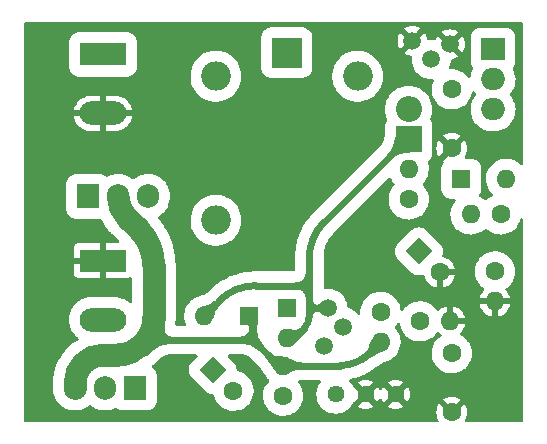
<source format=gtl>
%TF.GenerationSoftware,KiCad,Pcbnew,6.0.8+dfsg-1*%
%TF.CreationDate,2022-10-17T05:11:54+01:00*%
%TF.ProjectId,CapInrushLimBB-rounded,43617049-6e72-4757-9368-4c696d42422d,rev?*%
%TF.SameCoordinates,Original*%
%TF.FileFunction,Copper,L1,Top*%
%TF.FilePolarity,Positive*%
%FSLAX46Y46*%
G04 Gerber Fmt 4.6, Leading zero omitted, Abs format (unit mm)*
G04 Created by KiCad (PCBNEW 6.0.8+dfsg-1) date 2022-10-17 05:11:54*
%MOMM*%
%LPD*%
G01*
G04 APERTURE LIST*
G04 Aperture macros list*
%AMRotRect*
0 Rectangle, with rotation*
0 The origin of the aperture is its center*
0 $1 length*
0 $2 width*
0 $3 Rotation angle, in degrees counterclockwise*
0 Add horizontal line*
21,1,$1,$2,0,0,$3*%
G04 Aperture macros list end*
%TA.AperFunction,ComponentPad*%
%ADD10R,2.500000X2.500000*%
%TD*%
%TA.AperFunction,ComponentPad*%
%ADD11O,2.500000X2.500000*%
%TD*%
%TA.AperFunction,ComponentPad*%
%ADD12RotRect,1.600000X1.600000X315.000000*%
%TD*%
%TA.AperFunction,ComponentPad*%
%ADD13C,1.600000*%
%TD*%
%TA.AperFunction,ComponentPad*%
%ADD14R,1.600000X1.600000*%
%TD*%
%TA.AperFunction,ComponentPad*%
%ADD15O,1.600000X1.600000*%
%TD*%
%TA.AperFunction,ComponentPad*%
%ADD16C,1.440000*%
%TD*%
%TA.AperFunction,ComponentPad*%
%ADD17C,1.500000*%
%TD*%
%TA.AperFunction,ComponentPad*%
%ADD18R,1.905000X2.000000*%
%TD*%
%TA.AperFunction,ComponentPad*%
%ADD19O,1.905000X2.000000*%
%TD*%
%TA.AperFunction,ComponentPad*%
%ADD20R,3.960000X1.980000*%
%TD*%
%TA.AperFunction,ComponentPad*%
%ADD21O,3.960000X1.980000*%
%TD*%
%TA.AperFunction,ComponentPad*%
%ADD22R,2.000000X1.905000*%
%TD*%
%TA.AperFunction,ComponentPad*%
%ADD23O,2.000000X1.905000*%
%TD*%
%TA.AperFunction,ComponentPad*%
%ADD24R,2.200000X2.200000*%
%TD*%
%TA.AperFunction,ComponentPad*%
%ADD25O,2.200000X2.200000*%
%TD*%
%TA.AperFunction,ViaPad*%
%ADD26C,1.200000*%
%TD*%
%TA.AperFunction,Conductor*%
%ADD27C,0.609600*%
%TD*%
%TA.AperFunction,Conductor*%
%ADD28C,1.905000*%
%TD*%
G04 APERTURE END LIST*
D10*
X236540565Y-128532500D03*
D11*
X230540565Y-130532500D03*
X230540565Y-142732500D03*
X242540565Y-130532500D03*
D12*
X247721682Y-145371323D03*
D13*
X249489449Y-147139090D03*
D14*
X236537500Y-150177500D03*
D15*
X236537500Y-152717500D03*
D13*
X247811815Y-151288750D03*
D15*
X250351815Y-151288750D03*
D16*
X240665000Y-157480000D03*
X243205000Y-157480000D03*
X245745000Y-157480000D03*
D17*
X247176816Y-127518750D03*
X248764316Y-129106250D03*
X250351816Y-127836250D03*
D18*
X219710000Y-140712500D03*
D19*
X222250000Y-140712500D03*
X224790000Y-140712500D03*
D14*
X233368630Y-150812500D03*
D15*
X229558630Y-150812500D03*
D17*
X239712500Y-153352500D03*
X241300000Y-151765000D03*
X240030000Y-150177500D03*
D13*
X244475000Y-150495000D03*
D15*
X244475000Y-153035000D03*
D12*
X230256117Y-155394733D03*
D13*
X232023884Y-157162500D03*
X254638065Y-142240000D03*
D15*
X252098065Y-142240000D03*
D20*
X220980000Y-146142500D03*
D21*
X220980000Y-151142500D03*
D14*
X251304315Y-139223750D03*
D15*
X255114315Y-139223750D03*
D13*
X250507500Y-153987500D03*
X250507500Y-158987500D03*
D22*
X254000000Y-128270000D03*
D23*
X254000000Y-130810000D03*
X254000000Y-133350000D03*
D20*
X220980000Y-128680000D03*
D21*
X220980000Y-133680000D03*
D13*
X246859315Y-140970000D03*
D15*
X246859315Y-138430000D03*
D24*
X246859315Y-135890000D03*
D25*
X246859315Y-133350000D03*
D13*
X254161815Y-147068750D03*
D15*
X254161815Y-149608750D03*
D13*
X236220000Y-157572500D03*
D15*
X236220000Y-155032500D03*
D13*
X250510565Y-136643750D03*
X250510565Y-131643750D03*
D18*
X223681815Y-156933900D03*
D19*
X221141815Y-156933900D03*
X218601815Y-156933900D03*
D26*
X215900000Y-140652500D03*
D27*
X239079032Y-150177500D02*
X240030000Y-150177500D01*
X238442500Y-148457589D02*
X238442500Y-148087410D01*
X238442500Y-150814032D02*
X238442500Y-149540967D01*
X230828630Y-149542500D02*
X229558630Y-150812500D01*
X238442500Y-149351280D02*
X238442500Y-149540967D01*
X238442500Y-148457589D02*
X238442500Y-149351280D01*
X238442500Y-145894315D02*
X238442500Y-147193719D01*
X237401154Y-152491909D02*
X237992403Y-151900661D01*
X238442500Y-147193719D02*
X238442500Y-148087410D01*
X239677285Y-142913279D02*
X246700565Y-135890000D01*
X236856532Y-152717500D02*
X236537500Y-152717500D01*
X233894681Y-148272500D02*
X237363719Y-148272500D01*
X238442474Y-148457589D02*
G75*
G02*
X238126532Y-148588467I-185074J-11D01*
G01*
X237363719Y-148272492D02*
G75*
G02*
X238126532Y-148588467I-19J-1078808D01*
G01*
X238126532Y-148588467D02*
G75*
G02*
X238126532Y-147956532I315968J315967D01*
G01*
X238126515Y-147956515D02*
G75*
G02*
X238442500Y-148087410I130885J-130885D01*
G01*
X238442507Y-147193719D02*
G75*
G02*
X238126532Y-147956532I-1078807J19D01*
G01*
X230828650Y-149542520D02*
G75*
G02*
X233894681Y-148272500I3066050J-3065980D01*
G01*
X236856532Y-152717525D02*
G75*
G03*
X237401154Y-152491909I-32J770225D01*
G01*
X237992382Y-151900640D02*
G75*
G03*
X238442500Y-150814032I-1086582J1086640D01*
G01*
X239079032Y-150177500D02*
G75*
G02*
X238442500Y-149540967I-32J636500D01*
G01*
X238442500Y-150814032D02*
G75*
G02*
X239079032Y-150177500I636500J32D01*
G01*
X238126527Y-147956527D02*
G75*
G02*
X237363719Y-148272500I-762827J762827D01*
G01*
X238442504Y-145894315D02*
G75*
G02*
X239677285Y-142913279I4215796J15D01*
G01*
X238126526Y-148588473D02*
G75*
G02*
X238442500Y-149351280I-762826J-762827D01*
G01*
X234412710Y-153605895D02*
X235704722Y-154897907D01*
X224782967Y-153702434D02*
X224612200Y-153873200D01*
X225907600Y-152006300D02*
X225907600Y-150952200D01*
X232651190Y-152876250D02*
X226777550Y-152876250D01*
X233683065Y-151844375D02*
X233683065Y-150812500D01*
D28*
X225269315Y-151025725D02*
X225269315Y-146576051D01*
D27*
X243476250Y-154033750D02*
X244475000Y-153035000D01*
D28*
X222991179Y-142501863D02*
X223999315Y-143510000D01*
X220983065Y-154146250D02*
X222148790Y-154146250D01*
D27*
X236410342Y-155032500D02*
X236029657Y-155032500D01*
X236410342Y-155032500D02*
X241065054Y-155032500D01*
D28*
X218601815Y-156527500D02*
X218601815Y-156933900D01*
D27*
X226777550Y-152876250D02*
X224793065Y-152876250D01*
D28*
X222249989Y-140712500D02*
G75*
G03*
X222991180Y-142501862I2530511J0D01*
G01*
D27*
X224782945Y-153702412D02*
G75*
G02*
X226777550Y-152876250I1994555J-1994588D01*
G01*
X232651190Y-152876253D02*
G75*
G02*
X234412709Y-153605896I10J-2491147D01*
G01*
X233683050Y-151844375D02*
G75*
G02*
X232651190Y-152876250I-1031850J-25D01*
G01*
D28*
X222148790Y-154146215D02*
G75*
G03*
X225269315Y-151025725I10J3120515D01*
G01*
D27*
X241065054Y-155032451D02*
G75*
G03*
X243476249Y-154033749I46J3409951D01*
G01*
X225907550Y-152006300D02*
G75*
G03*
X226777550Y-152876250I869950J0D01*
G01*
X236029657Y-155032538D02*
G75*
G02*
X235704722Y-154897907I43J459538D01*
G01*
X234412704Y-153605901D02*
G75*
G02*
X233683065Y-151844375I1761496J1761501D01*
G01*
D28*
X225269289Y-146576051D02*
G75*
G03*
X223999315Y-143510000I-4335989J51D01*
G01*
X218601850Y-156527500D02*
G75*
G02*
X220983065Y-154146250I2381250J0D01*
G01*
%TA.AperFunction,Conductor*%
G36*
X256482121Y-125939752D02*
G01*
X256528614Y-125993408D01*
X256540000Y-126045750D01*
X256540000Y-137938613D01*
X256519998Y-138006734D01*
X256466342Y-138053227D01*
X256396068Y-138063331D01*
X256327667Y-138030388D01*
X256190883Y-137901714D01*
X256187475Y-137898508D01*
X256033750Y-137791865D01*
X255983646Y-137757106D01*
X255983643Y-137757104D01*
X255979804Y-137754441D01*
X255975611Y-137752373D01*
X255757308Y-137644718D01*
X255757305Y-137644717D01*
X255753120Y-137642653D01*
X255727363Y-137634408D01*
X255656718Y-137611795D01*
X255512402Y-137565599D01*
X255507795Y-137564849D01*
X255507792Y-137564848D01*
X255267550Y-137525722D01*
X255267551Y-137525722D01*
X255262939Y-137524971D01*
X255140341Y-137523366D01*
X255014888Y-137521724D01*
X255014885Y-137521724D01*
X255010211Y-137521663D01*
X254759770Y-137555746D01*
X254755280Y-137557055D01*
X254755274Y-137557056D01*
X254681945Y-137578430D01*
X254517118Y-137626473D01*
X254512871Y-137628431D01*
X254512868Y-137628432D01*
X254477541Y-137644718D01*
X254287585Y-137732289D01*
X254283676Y-137734852D01*
X254080127Y-137868304D01*
X254080122Y-137868308D01*
X254076214Y-137870870D01*
X254045248Y-137898508D01*
X253897489Y-138030388D01*
X253887648Y-138039171D01*
X253726030Y-138233496D01*
X253594910Y-138449575D01*
X253593101Y-138453889D01*
X253593100Y-138453891D01*
X253578121Y-138489613D01*
X253497169Y-138682661D01*
X253434954Y-138927633D01*
X253409631Y-139179111D01*
X253421758Y-139431570D01*
X253422671Y-139436159D01*
X253469167Y-139669910D01*
X253471067Y-139679463D01*
X253472646Y-139683861D01*
X253472648Y-139683868D01*
X253554892Y-139912936D01*
X253556475Y-139917345D01*
X253676107Y-140139990D01*
X253678902Y-140143734D01*
X253678904Y-140143736D01*
X253824541Y-140338768D01*
X253824546Y-140338774D01*
X253827333Y-140342506D01*
X253830642Y-140345786D01*
X253830647Y-140345792D01*
X253886685Y-140401343D01*
X253961982Y-140475985D01*
X253972841Y-140486750D01*
X254007137Y-140548913D01*
X254002382Y-140619750D01*
X253960083Y-140676771D01*
X253936886Y-140690659D01*
X253903319Y-140706134D01*
X253811335Y-140748539D01*
X253807426Y-140751102D01*
X253603877Y-140884554D01*
X253603872Y-140884558D01*
X253599964Y-140887120D01*
X253451022Y-141020056D01*
X253386882Y-141050492D01*
X253316467Y-141041420D01*
X253280789Y-141017826D01*
X253224819Y-140965174D01*
X253171225Y-140914758D01*
X252981489Y-140783133D01*
X252967396Y-140773356D01*
X252967393Y-140773354D01*
X252963554Y-140770691D01*
X252923832Y-140751102D01*
X252893899Y-140736341D01*
X252886761Y-140732821D01*
X252834512Y-140684753D01*
X252816545Y-140616067D01*
X252838564Y-140548572D01*
X252844556Y-140540538D01*
X252863698Y-140516899D01*
X252949635Y-140348238D01*
X252951343Y-140341864D01*
X252997133Y-140170973D01*
X252997134Y-140170967D01*
X252998627Y-140165395D01*
X253000332Y-140143736D01*
X253004622Y-140089227D01*
X253004622Y-140089220D01*
X253004815Y-140086771D01*
X253004814Y-138360730D01*
X252998627Y-138282105D01*
X252949635Y-138099262D01*
X252902490Y-138006734D01*
X252866695Y-137936482D01*
X252866693Y-137936479D01*
X252863698Y-137930601D01*
X252859544Y-137925471D01*
X252859542Y-137925468D01*
X252748727Y-137788624D01*
X252744572Y-137783493D01*
X252684506Y-137734852D01*
X252602597Y-137668523D01*
X252602593Y-137668520D01*
X252597464Y-137664367D01*
X252591586Y-137661372D01*
X252591583Y-137661370D01*
X252514649Y-137622170D01*
X252428803Y-137578430D01*
X252386235Y-137567024D01*
X252251538Y-137530932D01*
X252251532Y-137530931D01*
X252245960Y-137529438D01*
X252236062Y-137528659D01*
X252169792Y-137523443D01*
X252169785Y-137523443D01*
X252167336Y-137523250D01*
X251733549Y-137523250D01*
X251665428Y-137503248D01*
X251618935Y-137449592D01*
X251608831Y-137379318D01*
X251630336Y-137324979D01*
X251644496Y-137304756D01*
X251649979Y-137295261D01*
X251742055Y-137097803D01*
X251745801Y-137087511D01*
X251802190Y-136877062D01*
X251804093Y-136866269D01*
X251823082Y-136649225D01*
X251823082Y-136638275D01*
X251804093Y-136421231D01*
X251802190Y-136410438D01*
X251745801Y-136199989D01*
X251742055Y-136189697D01*
X251649979Y-135992239D01*
X251644496Y-135982744D01*
X251608056Y-135930702D01*
X251597577Y-135922326D01*
X251584131Y-135929394D01*
X249795488Y-137718037D01*
X249788152Y-137731471D01*
X249811776Y-137791865D01*
X249797787Y-137861469D01*
X249784178Y-137882136D01*
X249756384Y-137916459D01*
X249749089Y-137925468D01*
X249744932Y-137930601D01*
X249658995Y-138099262D01*
X249657287Y-138105635D01*
X249657287Y-138105636D01*
X249611497Y-138276527D01*
X249611496Y-138276533D01*
X249610003Y-138282105D01*
X249609550Y-138287859D01*
X249609550Y-138287861D01*
X249604009Y-138358270D01*
X249603815Y-138360729D01*
X249603816Y-140086770D01*
X249610003Y-140165395D01*
X249611497Y-140170970D01*
X249656458Y-140338768D01*
X249658995Y-140348238D01*
X249744932Y-140516899D01*
X249749084Y-140522026D01*
X249749088Y-140522032D01*
X249857836Y-140656323D01*
X249864058Y-140664007D01*
X249869189Y-140668162D01*
X250006033Y-140778977D01*
X250006037Y-140778980D01*
X250011166Y-140783133D01*
X250017044Y-140786128D01*
X250017047Y-140786130D01*
X250084579Y-140820539D01*
X250179827Y-140869070D01*
X250186200Y-140870778D01*
X250186201Y-140870778D01*
X250357092Y-140916568D01*
X250357098Y-140916569D01*
X250362670Y-140918062D01*
X250368426Y-140918515D01*
X250438838Y-140924057D01*
X250438845Y-140924057D01*
X250441294Y-140924250D01*
X250711816Y-140924250D01*
X250779937Y-140944252D01*
X250826430Y-140997908D01*
X250836534Y-141068182D01*
X250808690Y-141130819D01*
X250769600Y-141177820D01*
X250709780Y-141249746D01*
X250578660Y-141465825D01*
X250576851Y-141470139D01*
X250576850Y-141470141D01*
X250515737Y-141615880D01*
X250480919Y-141698911D01*
X250418704Y-141943883D01*
X250393381Y-142195361D01*
X250393605Y-142200027D01*
X250393605Y-142200033D01*
X250396940Y-142269457D01*
X250405508Y-142447820D01*
X250412791Y-142484436D01*
X250450544Y-142674229D01*
X250454817Y-142695713D01*
X250456396Y-142700111D01*
X250456398Y-142700118D01*
X250514871Y-142862979D01*
X250540225Y-142933595D01*
X250659857Y-143156240D01*
X250662652Y-143159984D01*
X250662654Y-143159986D01*
X250808291Y-143355018D01*
X250808296Y-143355024D01*
X250811083Y-143358756D01*
X250814392Y-143362036D01*
X250814397Y-143362042D01*
X250987265Y-143533408D01*
X250990582Y-143536696D01*
X250994344Y-143539454D01*
X250994347Y-143539457D01*
X251190640Y-143683384D01*
X251194411Y-143686149D01*
X251198546Y-143688325D01*
X251198550Y-143688327D01*
X251278556Y-143730420D01*
X251418091Y-143803833D01*
X251481339Y-143825920D01*
X251646853Y-143883720D01*
X251656709Y-143887162D01*
X251661302Y-143888034D01*
X251900434Y-143933435D01*
X251900437Y-143933435D01*
X251905023Y-143934306D01*
X252025146Y-143939026D01*
X252152910Y-143944046D01*
X252152915Y-143944046D01*
X252157578Y-143944229D01*
X252235722Y-143935671D01*
X252404172Y-143917223D01*
X252404177Y-143917222D01*
X252408825Y-143916713D01*
X252413349Y-143915522D01*
X252648723Y-143853554D01*
X252648726Y-143853553D01*
X252653246Y-143852363D01*
X252885470Y-143752591D01*
X252992839Y-143686149D01*
X253096423Y-143622050D01*
X253096427Y-143622047D01*
X253100396Y-143619591D01*
X253198315Y-143536696D01*
X253289412Y-143459577D01*
X253354328Y-143430828D01*
X253424481Y-143441740D01*
X253459530Y-143466261D01*
X253526739Y-143532886D01*
X253530582Y-143536696D01*
X253534344Y-143539454D01*
X253534347Y-143539457D01*
X253730640Y-143683384D01*
X253734411Y-143686149D01*
X253738546Y-143688325D01*
X253738550Y-143688327D01*
X253818556Y-143730420D01*
X253958091Y-143803833D01*
X254021339Y-143825920D01*
X254186853Y-143883720D01*
X254196709Y-143887162D01*
X254201302Y-143888034D01*
X254440434Y-143933435D01*
X254440437Y-143933435D01*
X254445023Y-143934306D01*
X254565146Y-143939026D01*
X254692910Y-143944046D01*
X254692915Y-143944046D01*
X254697578Y-143944229D01*
X254775722Y-143935671D01*
X254944172Y-143917223D01*
X254944177Y-143917222D01*
X254948825Y-143916713D01*
X254953349Y-143915522D01*
X255188723Y-143853554D01*
X255188726Y-143853553D01*
X255193246Y-143852363D01*
X255425470Y-143752591D01*
X255532839Y-143686149D01*
X255636423Y-143622050D01*
X255636427Y-143622047D01*
X255640396Y-143619591D01*
X255735054Y-143539457D01*
X255829737Y-143459302D01*
X255829738Y-143459301D01*
X255833303Y-143456283D01*
X255918156Y-143359527D01*
X255996871Y-143269771D01*
X255996875Y-143269766D01*
X255999953Y-143266256D01*
X256070718Y-143156240D01*
X256134159Y-143057610D01*
X256134161Y-143057607D01*
X256136684Y-143053684D01*
X256240493Y-142823236D01*
X256285561Y-142663435D01*
X256292731Y-142638013D01*
X256330472Y-142577879D01*
X256394733Y-142547696D01*
X256465112Y-142557046D01*
X256519262Y-142602962D01*
X256540000Y-142672214D01*
X256540000Y-159703000D01*
X256519998Y-159771121D01*
X256466342Y-159817614D01*
X256414000Y-159829000D01*
X251755462Y-159829000D01*
X251687341Y-159808998D01*
X251640848Y-159755342D01*
X251630744Y-159685068D01*
X251644907Y-159644147D01*
X251644588Y-159643998D01*
X251646027Y-159640912D01*
X251646343Y-159639999D01*
X251646914Y-159639011D01*
X251738990Y-159441553D01*
X251742736Y-159431261D01*
X251799125Y-159220812D01*
X251801028Y-159210019D01*
X251820017Y-158992975D01*
X251820017Y-158982025D01*
X251801028Y-158764981D01*
X251799125Y-158754188D01*
X251742736Y-158543739D01*
X251738990Y-158533447D01*
X251646914Y-158335989D01*
X251641431Y-158326494D01*
X251604991Y-158274452D01*
X251594512Y-158266076D01*
X251581066Y-158273144D01*
X250596595Y-159257615D01*
X250534283Y-159291641D01*
X250463468Y-159286576D01*
X250418405Y-159257615D01*
X249433213Y-158272423D01*
X249421438Y-158265993D01*
X249409423Y-158275289D01*
X249373569Y-158326494D01*
X249368086Y-158335989D01*
X249276010Y-158533447D01*
X249272264Y-158543739D01*
X249215875Y-158754188D01*
X249213972Y-158764981D01*
X249194983Y-158982025D01*
X249194983Y-158992975D01*
X249213972Y-159210019D01*
X249215875Y-159220812D01*
X249272264Y-159431261D01*
X249276010Y-159441553D01*
X249368086Y-159639011D01*
X249368657Y-159639999D01*
X249368776Y-159640490D01*
X249370412Y-159643998D01*
X249369707Y-159644327D01*
X249385395Y-159708994D01*
X249362175Y-159776086D01*
X249306369Y-159819974D01*
X249259538Y-159829000D01*
X214438500Y-159829000D01*
X214370379Y-159808998D01*
X214323886Y-159755342D01*
X214312500Y-159703000D01*
X214312500Y-156527500D01*
X216744327Y-156527500D01*
X216747144Y-156527500D01*
X216747349Y-156528961D01*
X216748718Y-156563795D01*
X216748815Y-156568743D01*
X216748815Y-157049716D01*
X216748980Y-157051984D01*
X216748980Y-157051996D01*
X216757228Y-157165660D01*
X216763319Y-157249608D01*
X216764303Y-157254063D01*
X216764303Y-157254066D01*
X216819147Y-157502476D01*
X216821293Y-157512197D01*
X216828998Y-157532533D01*
X216903566Y-157729352D01*
X216916566Y-157763666D01*
X216955810Y-157834319D01*
X217038013Y-157982311D01*
X217047143Y-157998749D01*
X217049915Y-158002381D01*
X217207520Y-158208895D01*
X217207524Y-158208899D01*
X217210287Y-158212520D01*
X217213545Y-158215705D01*
X217213546Y-158215706D01*
X217271565Y-158272423D01*
X217402582Y-158400500D01*
X217619999Y-158558753D01*
X217857984Y-158683963D01*
X217862285Y-158685482D01*
X217862290Y-158685484D01*
X217971793Y-158724153D01*
X218111550Y-158773506D01*
X218204620Y-158791850D01*
X218370915Y-158824627D01*
X218370921Y-158824628D01*
X218375387Y-158825508D01*
X218379940Y-158825735D01*
X218379943Y-158825735D01*
X218639398Y-158838652D01*
X218639404Y-158838652D01*
X218643967Y-158838879D01*
X218911664Y-158813338D01*
X218916094Y-158812254D01*
X218916100Y-158812253D01*
X219109282Y-158764981D01*
X219172870Y-158749421D01*
X219226063Y-158727876D01*
X219417885Y-158650180D01*
X219417886Y-158650180D01*
X219422114Y-158648467D01*
X219654173Y-158512591D01*
X219789876Y-158404067D01*
X219855568Y-158377144D01*
X219925389Y-158390010D01*
X219942719Y-158400600D01*
X220156305Y-158556065D01*
X220156312Y-158556070D01*
X220159999Y-158558753D01*
X220397984Y-158683963D01*
X220402285Y-158685482D01*
X220402290Y-158685484D01*
X220511793Y-158724153D01*
X220651550Y-158773506D01*
X220744620Y-158791850D01*
X220910915Y-158824627D01*
X220910921Y-158824628D01*
X220915387Y-158825508D01*
X220919940Y-158825735D01*
X220919943Y-158825735D01*
X221179398Y-158838652D01*
X221179404Y-158838652D01*
X221183967Y-158838879D01*
X221451664Y-158813338D01*
X221456094Y-158812254D01*
X221456100Y-158812253D01*
X221649282Y-158764981D01*
X221712870Y-158749421D01*
X221766063Y-158727876D01*
X221957885Y-158650180D01*
X221957886Y-158650180D01*
X221962114Y-158648467D01*
X222013825Y-158618189D01*
X222082716Y-158601029D01*
X222149949Y-158623840D01*
X222156774Y-158628992D01*
X222236166Y-158693283D01*
X222242044Y-158696278D01*
X222242047Y-158696280D01*
X222318981Y-158735480D01*
X222404827Y-158779220D01*
X222411200Y-158780928D01*
X222411201Y-158780928D01*
X222582092Y-158826718D01*
X222582098Y-158826719D01*
X222587670Y-158828212D01*
X222593426Y-158828665D01*
X222663838Y-158834207D01*
X222663845Y-158834207D01*
X222666294Y-158834400D01*
X223681403Y-158834400D01*
X224697335Y-158834399D01*
X224746258Y-158830549D01*
X224770206Y-158828665D01*
X224770208Y-158828665D01*
X224775960Y-158828212D01*
X224923113Y-158788783D01*
X224952429Y-158780928D01*
X224952430Y-158780928D01*
X224958803Y-158779220D01*
X225044649Y-158735480D01*
X225121583Y-158696280D01*
X225121586Y-158696278D01*
X225127464Y-158693283D01*
X225132593Y-158689130D01*
X225132597Y-158689127D01*
X225269441Y-158578312D01*
X225274572Y-158574157D01*
X225302983Y-158539073D01*
X225389542Y-158432182D01*
X225389545Y-158432178D01*
X225393698Y-158427049D01*
X225405408Y-158404068D01*
X225467983Y-158281256D01*
X225479635Y-158258388D01*
X225490466Y-158217967D01*
X225527133Y-158081123D01*
X225527134Y-158081117D01*
X225528627Y-158075545D01*
X225532713Y-158023625D01*
X225534622Y-157999377D01*
X225534622Y-157999370D01*
X225534815Y-157996921D01*
X225534814Y-155870880D01*
X225528627Y-155792255D01*
X225486401Y-155634662D01*
X225481343Y-155615786D01*
X225481343Y-155615785D01*
X225479635Y-155609412D01*
X225422679Y-155497629D01*
X225396695Y-155446632D01*
X225396693Y-155446629D01*
X225393698Y-155440751D01*
X225389545Y-155435622D01*
X225389542Y-155435618D01*
X225278727Y-155298774D01*
X225274572Y-155293643D01*
X225148258Y-155191356D01*
X225107907Y-155132943D01*
X225105542Y-155061986D01*
X225141915Y-155001014D01*
X225154325Y-154990902D01*
X225206187Y-154953874D01*
X225520130Y-154687981D01*
X225780251Y-154427862D01*
X225786292Y-154422206D01*
X225787904Y-154420793D01*
X225800958Y-154410779D01*
X225962923Y-154302559D01*
X225977197Y-154294318D01*
X226151906Y-154208164D01*
X226167133Y-154201857D01*
X226280080Y-154163518D01*
X226351602Y-154139241D01*
X226367516Y-154134978D01*
X226423806Y-154123782D01*
X226558569Y-154096978D01*
X226574909Y-154094827D01*
X226715442Y-154085618D01*
X226726975Y-154085391D01*
X226732252Y-154085529D01*
X226741355Y-154085767D01*
X226745843Y-154086298D01*
X226750362Y-154086002D01*
X226777620Y-154086714D01*
X226798698Y-154084776D01*
X226828031Y-154082079D01*
X226839567Y-154081550D01*
X228860239Y-154081550D01*
X228928360Y-154101552D01*
X228974853Y-154155208D01*
X228984957Y-154225482D01*
X228955463Y-154290062D01*
X228949335Y-154296645D01*
X228696545Y-154549436D01*
X228443435Y-154802546D01*
X228392214Y-154862517D01*
X228297567Y-155026449D01*
X228239072Y-155206477D01*
X228238382Y-155213038D01*
X228238382Y-155213040D01*
X228224004Y-155349840D01*
X228219286Y-155394733D01*
X228219976Y-155401298D01*
X228237663Y-155569579D01*
X228239072Y-155582989D01*
X228297567Y-155763017D01*
X228300870Y-155768738D01*
X228300871Y-155768740D01*
X228324929Y-155810409D01*
X228392214Y-155926949D01*
X228395966Y-155931342D01*
X228441815Y-155985025D01*
X228441822Y-155985032D01*
X228443434Y-155986920D01*
X229663930Y-157207415D01*
X229723901Y-157258636D01*
X229887833Y-157353283D01*
X230067861Y-157411778D01*
X230074422Y-157412468D01*
X230074424Y-157412468D01*
X230209324Y-157426646D01*
X230253073Y-157431244D01*
X230318730Y-157458257D01*
X230359360Y-157516478D01*
X230363482Y-157531973D01*
X230380636Y-157618213D01*
X230382215Y-157622611D01*
X230382217Y-157622618D01*
X230437160Y-157775647D01*
X230466044Y-157856095D01*
X230585676Y-158078740D01*
X230588471Y-158082484D01*
X230588473Y-158082486D01*
X230734110Y-158277518D01*
X230734115Y-158277524D01*
X230736902Y-158281256D01*
X230740211Y-158284536D01*
X230740216Y-158284542D01*
X230859899Y-158403185D01*
X230916401Y-158459196D01*
X230920163Y-158461954D01*
X230920166Y-158461957D01*
X231048514Y-158556065D01*
X231120230Y-158608649D01*
X231124365Y-158610825D01*
X231124369Y-158610827D01*
X231195911Y-158648467D01*
X231343910Y-158726333D01*
X231405110Y-158747705D01*
X231522740Y-158788783D01*
X231582528Y-158809662D01*
X231587121Y-158810534D01*
X231826253Y-158855935D01*
X231826256Y-158855935D01*
X231830842Y-158856806D01*
X231950965Y-158861526D01*
X232078729Y-158866546D01*
X232078734Y-158866546D01*
X232083397Y-158866729D01*
X232161541Y-158858171D01*
X232329991Y-158839723D01*
X232329996Y-158839722D01*
X232334644Y-158839213D01*
X232352929Y-158834399D01*
X232574542Y-158776054D01*
X232574545Y-158776053D01*
X232579065Y-158774863D01*
X232811289Y-158675091D01*
X232918658Y-158608649D01*
X233022242Y-158544550D01*
X233022246Y-158544547D01*
X233026215Y-158542091D01*
X233120873Y-158461957D01*
X233215556Y-158381802D01*
X233215557Y-158381801D01*
X233219122Y-158378783D01*
X233258588Y-158333781D01*
X233382690Y-158192271D01*
X233382694Y-158192266D01*
X233385772Y-158188756D01*
X233414571Y-158143983D01*
X233519978Y-157980110D01*
X233519980Y-157980107D01*
X233522503Y-157976184D01*
X233626312Y-157745736D01*
X233694918Y-157502476D01*
X233717484Y-157325097D01*
X233726417Y-157254878D01*
X233726417Y-157254872D01*
X233726815Y-157251747D01*
X233727368Y-157230648D01*
X233729069Y-157165660D01*
X233729152Y-157162500D01*
X233725656Y-157115461D01*
X233710767Y-156915097D01*
X233710766Y-156915093D01*
X233710421Y-156910445D01*
X233654640Y-156663928D01*
X233617625Y-156568743D01*
X233564727Y-156432716D01*
X233564726Y-156432714D01*
X233563034Y-156428363D01*
X233558505Y-156420438D01*
X233494968Y-156309273D01*
X233437615Y-156208926D01*
X233339727Y-156084756D01*
X233284031Y-156014106D01*
X233284028Y-156014103D01*
X233281139Y-156010438D01*
X233097044Y-155837258D01*
X232889373Y-155693191D01*
X232866658Y-155681989D01*
X232666877Y-155583468D01*
X232666874Y-155583467D01*
X232662689Y-155581403D01*
X232614205Y-155565883D01*
X232551133Y-155545694D01*
X232421971Y-155504349D01*
X232417355Y-155503597D01*
X232417350Y-155503596D01*
X232397417Y-155500349D01*
X232333398Y-155469657D01*
X232296135Y-155409225D01*
X232292362Y-155389158D01*
X232273852Y-155213040D01*
X232273852Y-155213038D01*
X232273162Y-155206477D01*
X232214667Y-155026449D01*
X232194138Y-154990891D01*
X232122908Y-154867519D01*
X232122908Y-154867518D01*
X232120020Y-154862517D01*
X232068800Y-154802546D01*
X231562899Y-154296645D01*
X231528874Y-154234333D01*
X231533938Y-154163518D01*
X231576485Y-154106682D01*
X231643005Y-154081871D01*
X231651994Y-154081550D01*
X232554574Y-154081550D01*
X232572655Y-154082854D01*
X232584155Y-154084522D01*
X232584163Y-154084523D01*
X232587827Y-154085054D01*
X232615007Y-154085766D01*
X232619509Y-154086299D01*
X232624030Y-154086003D01*
X232651178Y-154086714D01*
X232670746Y-154084916D01*
X232692151Y-154084776D01*
X232842461Y-154096605D01*
X232861989Y-154099698D01*
X233038910Y-154142173D01*
X233057704Y-154148280D01*
X233094494Y-154163518D01*
X233225798Y-154217906D01*
X233243415Y-154226882D01*
X233398547Y-154321947D01*
X233414542Y-154333568D01*
X233517860Y-154421809D01*
X233527429Y-154430890D01*
X233531871Y-154435571D01*
X233534670Y-154439122D01*
X233538071Y-154442105D01*
X233556784Y-154461824D01*
X233595754Y-154494235D01*
X233604269Y-154502005D01*
X234035415Y-154933151D01*
X234045893Y-154945037D01*
X234052054Y-154952982D01*
X234065641Y-154970505D01*
X234067931Y-154972894D01*
X234067932Y-154972895D01*
X234182589Y-155092501D01*
X234186678Y-155096977D01*
X234266902Y-155189157D01*
X234271134Y-155194288D01*
X234330493Y-155270278D01*
X234334388Y-155275543D01*
X234383313Y-155345403D01*
X234386282Y-155349839D01*
X234435038Y-155426145D01*
X234436545Y-155428566D01*
X234493195Y-155521938D01*
X234493673Y-155522725D01*
X234558254Y-155628925D01*
X234563420Y-155637317D01*
X234563544Y-155637516D01*
X234569587Y-155647080D01*
X234641715Y-155759675D01*
X234651074Y-155773986D01*
X234651323Y-155774359D01*
X234661265Y-155788942D01*
X234746839Y-155911873D01*
X234747004Y-155912105D01*
X234747015Y-155912120D01*
X234758611Y-155928380D01*
X234758820Y-155928673D01*
X234759129Y-155929096D01*
X234771044Y-155945035D01*
X234771210Y-155945252D01*
X234868904Y-156072998D01*
X234868909Y-156073004D01*
X234871078Y-156075840D01*
X234890716Y-156096244D01*
X234900880Y-156108217D01*
X234933018Y-156151256D01*
X234936327Y-156154536D01*
X234936332Y-156154542D01*
X234992526Y-156210247D01*
X235026822Y-156272410D01*
X235022067Y-156343247D01*
X234994938Y-156386488D01*
X234993333Y-156387921D01*
X234831715Y-156582246D01*
X234700595Y-156798325D01*
X234698786Y-156802639D01*
X234698785Y-156802641D01*
X234623364Y-156982501D01*
X234602854Y-157031411D01*
X234601703Y-157035943D01*
X234601702Y-157035946D01*
X234597266Y-157053413D01*
X234540639Y-157276383D01*
X234515316Y-157527861D01*
X234527443Y-157780320D01*
X234528356Y-157784909D01*
X234571614Y-158002381D01*
X234576752Y-158028213D01*
X234578331Y-158032611D01*
X234578333Y-158032618D01*
X234644880Y-158217967D01*
X234662160Y-158266095D01*
X234781792Y-158488740D01*
X234784587Y-158492484D01*
X234784589Y-158492486D01*
X234930226Y-158687518D01*
X234930231Y-158687524D01*
X234933018Y-158691256D01*
X234936327Y-158694536D01*
X234936332Y-158694542D01*
X235099140Y-158855935D01*
X235112517Y-158869196D01*
X235116279Y-158871954D01*
X235116282Y-158871957D01*
X235266397Y-158982025D01*
X235316346Y-159018649D01*
X235320481Y-159020825D01*
X235320485Y-159020827D01*
X235437952Y-159082629D01*
X235540026Y-159136333D01*
X235673709Y-159183017D01*
X235751031Y-159210019D01*
X235778644Y-159219662D01*
X235783237Y-159220534D01*
X236022369Y-159265935D01*
X236022372Y-159265935D01*
X236026958Y-159266806D01*
X236147081Y-159271526D01*
X236274845Y-159276546D01*
X236274850Y-159276546D01*
X236279513Y-159276729D01*
X236357657Y-159268171D01*
X236526107Y-159249723D01*
X236526112Y-159249722D01*
X236530760Y-159249213D01*
X236679631Y-159210019D01*
X236770658Y-159186054D01*
X236770661Y-159186053D01*
X236775181Y-159184863D01*
X236928848Y-159118842D01*
X237003111Y-159086936D01*
X237003113Y-159086935D01*
X237007405Y-159085091D01*
X237114774Y-159018649D01*
X237218358Y-158954550D01*
X237218362Y-158954547D01*
X237222331Y-158952091D01*
X237316989Y-158871957D01*
X237411672Y-158791802D01*
X237411673Y-158791801D01*
X237415238Y-158788783D01*
X237468652Y-158727876D01*
X237578806Y-158602271D01*
X237578810Y-158602266D01*
X237581888Y-158598756D01*
X237613334Y-158549868D01*
X237716094Y-158390110D01*
X237716096Y-158390107D01*
X237718619Y-158386184D01*
X237822428Y-158155736D01*
X237891034Y-157912476D01*
X237907263Y-157784909D01*
X237922533Y-157664878D01*
X237922533Y-157664872D01*
X237922931Y-157661747D01*
X237925268Y-157572500D01*
X237918801Y-157485475D01*
X237906883Y-157325097D01*
X237906882Y-157325093D01*
X237906537Y-157320445D01*
X237850756Y-157073928D01*
X237842227Y-157051996D01*
X237760843Y-156842716D01*
X237760842Y-156842714D01*
X237759150Y-156838363D01*
X237751166Y-156824393D01*
X237636050Y-156622984D01*
X237633731Y-156618926D01*
X237509513Y-156461357D01*
X237483048Y-156395478D01*
X237496401Y-156325748D01*
X237545333Y-156274307D01*
X237585750Y-156259415D01*
X237601097Y-156256602D01*
X237605076Y-156255873D01*
X237615603Y-156254401D01*
X237690778Y-156247102D01*
X237699388Y-156246564D01*
X237788806Y-156244046D01*
X237831795Y-156242836D01*
X237831799Y-156242836D01*
X237834453Y-156242761D01*
X237837088Y-156242463D01*
X237837098Y-156242462D01*
X237871210Y-156238600D01*
X237885383Y-156237800D01*
X239321526Y-156237800D01*
X239389647Y-156257802D01*
X239436140Y-156311458D01*
X239446244Y-156381732D01*
X239417337Y-156445630D01*
X239349934Y-156524549D01*
X239216659Y-156742033D01*
X239214766Y-156746603D01*
X239214764Y-156746607D01*
X239146900Y-156910445D01*
X239119047Y-156977689D01*
X239117892Y-156982501D01*
X239064316Y-157205663D01*
X239059502Y-157225714D01*
X239039489Y-157480000D01*
X239059502Y-157734286D01*
X239060656Y-157739093D01*
X239060657Y-157739099D01*
X239085940Y-157844408D01*
X239119047Y-157982311D01*
X239120940Y-157986882D01*
X239120941Y-157986884D01*
X239214403Y-158212520D01*
X239216659Y-158217967D01*
X239349934Y-158435451D01*
X239515590Y-158629410D01*
X239709549Y-158795066D01*
X239927033Y-158928341D01*
X239931603Y-158930234D01*
X239931607Y-158930236D01*
X240158116Y-159024059D01*
X240162689Y-159025953D01*
X240247889Y-159046408D01*
X240405901Y-159084343D01*
X240405907Y-159084344D01*
X240410714Y-159085498D01*
X240665000Y-159105511D01*
X240919286Y-159085498D01*
X240924093Y-159084344D01*
X240924099Y-159084343D01*
X241082111Y-159046408D01*
X241167311Y-159025953D01*
X241171884Y-159024059D01*
X241398393Y-158930236D01*
X241398397Y-158930234D01*
X241402967Y-158928341D01*
X241620451Y-158795066D01*
X241814410Y-158629410D01*
X241917573Y-158508621D01*
X242540933Y-158508621D01*
X242550227Y-158520635D01*
X242584146Y-158544385D01*
X242593641Y-158549868D01*
X242778413Y-158636028D01*
X242788705Y-158639774D01*
X242985632Y-158692540D01*
X242996425Y-158694443D01*
X243199525Y-158712212D01*
X243210475Y-158712212D01*
X243413575Y-158694443D01*
X243424368Y-158692540D01*
X243621295Y-158639774D01*
X243631587Y-158636028D01*
X243816359Y-158549868D01*
X243825854Y-158544385D01*
X243860607Y-158520051D01*
X243868983Y-158509572D01*
X243868483Y-158508621D01*
X245080933Y-158508621D01*
X245090227Y-158520635D01*
X245124146Y-158544385D01*
X245133641Y-158549868D01*
X245318413Y-158636028D01*
X245328705Y-158639774D01*
X245525632Y-158692540D01*
X245536425Y-158694443D01*
X245739525Y-158712212D01*
X245750475Y-158712212D01*
X245953575Y-158694443D01*
X245964368Y-158692540D01*
X246161295Y-158639774D01*
X246171587Y-158636028D01*
X246356359Y-158549868D01*
X246365854Y-158544385D01*
X246400607Y-158520051D01*
X246408983Y-158509572D01*
X246401916Y-158496127D01*
X245757811Y-157852021D01*
X245743868Y-157844408D01*
X245742034Y-157844539D01*
X245735420Y-157848790D01*
X245087360Y-158496851D01*
X245080933Y-158508621D01*
X243868483Y-158508621D01*
X243861916Y-158496127D01*
X243217811Y-157852021D01*
X243203868Y-157844408D01*
X243202034Y-157844539D01*
X243195420Y-157848790D01*
X242547360Y-158496851D01*
X242540933Y-158508621D01*
X241917573Y-158508621D01*
X241980066Y-158435451D01*
X242113341Y-158217967D01*
X242117795Y-158207215D01*
X242162344Y-158151935D01*
X242175580Y-158143903D01*
X242188873Y-158136916D01*
X242832979Y-157492811D01*
X242839356Y-157481132D01*
X243569408Y-157481132D01*
X243569539Y-157482966D01*
X243573790Y-157489580D01*
X244221851Y-158137640D01*
X244233621Y-158144067D01*
X244245635Y-158134772D01*
X244269387Y-158100850D01*
X244274865Y-158091364D01*
X244360805Y-157907065D01*
X244407722Y-157853780D01*
X244476000Y-157834319D01*
X244543960Y-157854861D01*
X244589195Y-157907065D01*
X244675135Y-158091364D01*
X244680613Y-158100850D01*
X244704949Y-158135607D01*
X244715428Y-158143983D01*
X244728872Y-158136917D01*
X245372979Y-157492811D01*
X245379356Y-157481132D01*
X246109408Y-157481132D01*
X246109539Y-157482966D01*
X246113790Y-157489580D01*
X246761851Y-158137640D01*
X246773621Y-158144067D01*
X246785635Y-158134772D01*
X246809387Y-158100850D01*
X246814865Y-158091364D01*
X246901028Y-157906587D01*
X246903248Y-157900488D01*
X249786076Y-157900488D01*
X249793144Y-157913934D01*
X250494688Y-158615478D01*
X250508632Y-158623092D01*
X250510465Y-158622961D01*
X250517080Y-158618710D01*
X251222577Y-157913213D01*
X251229007Y-157901438D01*
X251219711Y-157889423D01*
X251168506Y-157853569D01*
X251159011Y-157848086D01*
X250961553Y-157756010D01*
X250951261Y-157752264D01*
X250740812Y-157695875D01*
X250730019Y-157693972D01*
X250512975Y-157674983D01*
X250502025Y-157674983D01*
X250284981Y-157693972D01*
X250274188Y-157695875D01*
X250063739Y-157752264D01*
X250053447Y-157756010D01*
X249855989Y-157848086D01*
X249846494Y-157853569D01*
X249794452Y-157890009D01*
X249786076Y-157900488D01*
X246903248Y-157900488D01*
X246904774Y-157896295D01*
X246957540Y-157699368D01*
X246959443Y-157688575D01*
X246977212Y-157485475D01*
X246977212Y-157474525D01*
X246959443Y-157271425D01*
X246957540Y-157260632D01*
X246904774Y-157063705D01*
X246901028Y-157053413D01*
X246814865Y-156868636D01*
X246809387Y-156859150D01*
X246785051Y-156824393D01*
X246774572Y-156816017D01*
X246761128Y-156823083D01*
X246117021Y-157467189D01*
X246109408Y-157481132D01*
X245379356Y-157481132D01*
X245380592Y-157478868D01*
X245380461Y-157477034D01*
X245376210Y-157470420D01*
X244728149Y-156822360D01*
X244716379Y-156815933D01*
X244704365Y-156825228D01*
X244680613Y-156859150D01*
X244675135Y-156868636D01*
X244589195Y-157052935D01*
X244542278Y-157106220D01*
X244474000Y-157125681D01*
X244406040Y-157105139D01*
X244360805Y-157052935D01*
X244274865Y-156868636D01*
X244269387Y-156859150D01*
X244245051Y-156824393D01*
X244234572Y-156816017D01*
X244221128Y-156823083D01*
X243577021Y-157467189D01*
X243569408Y-157481132D01*
X242839356Y-157481132D01*
X242840592Y-157478868D01*
X242840461Y-157477034D01*
X242836210Y-157470420D01*
X242188151Y-156822362D01*
X242173487Y-156814355D01*
X242123285Y-156764153D01*
X242117462Y-156751983D01*
X242115236Y-156746607D01*
X242113341Y-156742033D01*
X241980066Y-156524549D01*
X241916761Y-156450428D01*
X242541017Y-156450428D01*
X242548083Y-156463872D01*
X243192189Y-157107979D01*
X243206132Y-157115592D01*
X243207966Y-157115461D01*
X243214580Y-157111210D01*
X243862640Y-156463149D01*
X243869067Y-156451379D01*
X243868331Y-156450428D01*
X245081017Y-156450428D01*
X245088083Y-156463872D01*
X245732189Y-157107979D01*
X245746132Y-157115592D01*
X245747966Y-157115461D01*
X245754580Y-157111210D01*
X246402640Y-156463149D01*
X246409067Y-156451379D01*
X246399773Y-156439365D01*
X246365854Y-156415615D01*
X246356359Y-156410132D01*
X246171587Y-156323972D01*
X246161295Y-156320226D01*
X245964368Y-156267460D01*
X245953575Y-156265557D01*
X245750475Y-156247788D01*
X245739525Y-156247788D01*
X245536425Y-156265557D01*
X245525632Y-156267460D01*
X245328705Y-156320226D01*
X245318413Y-156323972D01*
X245133636Y-156410135D01*
X245124150Y-156415613D01*
X245089393Y-156439949D01*
X245081017Y-156450428D01*
X243868331Y-156450428D01*
X243859773Y-156439365D01*
X243825854Y-156415615D01*
X243816359Y-156410132D01*
X243631587Y-156323972D01*
X243621295Y-156320226D01*
X243424368Y-156267460D01*
X243413575Y-156265557D01*
X243210475Y-156247788D01*
X243199525Y-156247788D01*
X242996425Y-156265557D01*
X242985632Y-156267460D01*
X242788705Y-156320226D01*
X242778413Y-156323972D01*
X242593636Y-156410135D01*
X242584150Y-156415613D01*
X242549393Y-156439949D01*
X242541017Y-156450428D01*
X241916761Y-156450428D01*
X241897916Y-156428363D01*
X241845106Y-156366530D01*
X241816075Y-156301740D01*
X241826680Y-156231540D01*
X241873555Y-156178218D01*
X241913648Y-156161686D01*
X242258004Y-156085350D01*
X242258011Y-156085348D01*
X242260682Y-156084756D01*
X242645040Y-155963576D01*
X243017374Y-155809357D01*
X243039175Y-155798009D01*
X243348415Y-155637036D01*
X243374851Y-155623275D01*
X243377160Y-155621804D01*
X243377174Y-155621796D01*
X243459142Y-155569579D01*
X243471120Y-155562838D01*
X243499355Y-155548917D01*
X243499365Y-155548911D01*
X243502323Y-155547453D01*
X243725856Y-155406443D01*
X243725935Y-155406393D01*
X243735632Y-155400188D01*
X243735678Y-155400158D01*
X243735722Y-155400130D01*
X243735793Y-155400084D01*
X243735857Y-155400042D01*
X243743470Y-155395048D01*
X243752351Y-155389158D01*
X243939827Y-155264810D01*
X243939846Y-155264797D01*
X243939964Y-155264719D01*
X243943176Y-155262549D01*
X243952401Y-155256319D01*
X243952468Y-155256273D01*
X243952581Y-155256197D01*
X243952697Y-155256117D01*
X243952756Y-155256077D01*
X244121213Y-155140219D01*
X244124986Y-155137609D01*
X244125092Y-155137536D01*
X244233726Y-155061986D01*
X244269181Y-155037329D01*
X244270422Y-155036477D01*
X244338037Y-154990642D01*
X244390372Y-154955167D01*
X244393707Y-154952982D01*
X244425062Y-154933151D01*
X244495559Y-154888564D01*
X244500759Y-154885449D01*
X244597284Y-154830761D01*
X244603608Y-154827413D01*
X244711064Y-154774358D01*
X244717443Y-154771426D01*
X244782065Y-154743883D01*
X244852264Y-154713963D01*
X244857887Y-154711725D01*
X245044534Y-154642602D01*
X245047445Y-154641169D01*
X245047458Y-154641163D01*
X245063994Y-154633020D01*
X245069910Y-154630294D01*
X245262405Y-154547591D01*
X245357402Y-154488805D01*
X245473358Y-154417050D01*
X245473362Y-154417047D01*
X245477331Y-154414591D01*
X245585706Y-154322845D01*
X245666672Y-154254302D01*
X245666673Y-154254301D01*
X245670238Y-154251283D01*
X245715292Y-154199909D01*
X245833806Y-154064771D01*
X245833810Y-154064766D01*
X245836888Y-154061256D01*
X245882297Y-153990660D01*
X245971094Y-153852610D01*
X245971096Y-153852607D01*
X245973619Y-153848684D01*
X246077428Y-153618236D01*
X246146034Y-153374976D01*
X246158205Y-153279302D01*
X246177533Y-153127378D01*
X246177533Y-153127372D01*
X246177931Y-153124247D01*
X246178451Y-153104412D01*
X246179245Y-153074053D01*
X246180268Y-153035000D01*
X246177132Y-152992796D01*
X246161883Y-152787597D01*
X246161882Y-152787593D01*
X246161537Y-152782945D01*
X246105756Y-152536428D01*
X246104063Y-152532074D01*
X246015843Y-152305216D01*
X246015842Y-152305214D01*
X246014150Y-152300863D01*
X245888731Y-152081426D01*
X245782784Y-151947033D01*
X245735147Y-151886606D01*
X245735144Y-151886603D01*
X245732255Y-151882938D01*
X245704412Y-151856746D01*
X245668500Y-151795502D01*
X245671400Y-151724564D01*
X245696013Y-151681893D01*
X245833806Y-151524771D01*
X245833810Y-151524766D01*
X245836888Y-151521256D01*
X245849816Y-151501158D01*
X245870441Y-151469092D01*
X245888280Y-151441358D01*
X245941954Y-151394887D01*
X246012232Y-151384811D01*
X246076801Y-151414329D01*
X246115161Y-151474071D01*
X246119091Y-151493096D01*
X246119258Y-151496570D01*
X246142568Y-151613756D01*
X246166667Y-151734910D01*
X246168567Y-151744463D01*
X246170146Y-151748861D01*
X246170148Y-151748868D01*
X246214352Y-151871986D01*
X246253975Y-151982345D01*
X246373607Y-152204990D01*
X246376402Y-152208734D01*
X246376404Y-152208736D01*
X246522041Y-152403768D01*
X246522046Y-152403774D01*
X246524833Y-152407506D01*
X246528142Y-152410786D01*
X246528147Y-152410792D01*
X246658448Y-152539961D01*
X246704332Y-152585446D01*
X246708094Y-152588204D01*
X246708097Y-152588207D01*
X246843174Y-152687249D01*
X246908161Y-152734899D01*
X246912296Y-152737075D01*
X246912300Y-152737077D01*
X246999481Y-152782945D01*
X247131841Y-152852583D01*
X247184385Y-152870932D01*
X247331283Y-152922231D01*
X247370459Y-152935912D01*
X247375052Y-152936784D01*
X247614184Y-152982185D01*
X247614187Y-152982185D01*
X247618773Y-152983056D01*
X247738896Y-152987776D01*
X247866660Y-152992796D01*
X247866665Y-152992796D01*
X247871328Y-152992979D01*
X247950365Y-152984323D01*
X248117922Y-152965973D01*
X248117927Y-152965972D01*
X248122575Y-152965463D01*
X248275157Y-152925292D01*
X248362473Y-152902304D01*
X248362476Y-152902303D01*
X248366996Y-152901113D01*
X248599220Y-152801341D01*
X248706589Y-152734899D01*
X248810173Y-152670800D01*
X248810177Y-152670797D01*
X248814146Y-152668341D01*
X248908804Y-152588207D01*
X249003487Y-152508052D01*
X249003488Y-152508051D01*
X249007053Y-152505033D01*
X249072487Y-152430420D01*
X249170621Y-152318521D01*
X249170625Y-152318516D01*
X249173703Y-152315006D01*
X249208554Y-152260825D01*
X249227948Y-152230673D01*
X249281622Y-152184201D01*
X249351900Y-152174125D01*
X249416469Y-152203643D01*
X249423014Y-152209740D01*
X249503940Y-152290666D01*
X249512353Y-152297726D01*
X249587757Y-152350524D01*
X249632086Y-152405981D01*
X249639395Y-152476600D01*
X249607365Y-152539961D01*
X249584572Y-152559109D01*
X249473312Y-152632054D01*
X249473307Y-152632058D01*
X249469399Y-152634620D01*
X249438433Y-152662258D01*
X249285362Y-152798879D01*
X249280833Y-152802921D01*
X249119215Y-152997246D01*
X248988095Y-153213325D01*
X248986286Y-153217639D01*
X248986285Y-153217641D01*
X248903762Y-153414437D01*
X248890354Y-153446411D01*
X248889203Y-153450943D01*
X248889202Y-153450946D01*
X248872406Y-153517081D01*
X248828139Y-153691383D01*
X248802816Y-153942861D01*
X248803040Y-153947527D01*
X248803040Y-153947533D01*
X248804809Y-153984351D01*
X248814943Y-154195320D01*
X248815856Y-154199909D01*
X248862718Y-154435499D01*
X248864252Y-154443213D01*
X248865831Y-154447611D01*
X248865833Y-154447618D01*
X248931419Y-154630290D01*
X248949660Y-154681095D01*
X249069292Y-154903740D01*
X249072087Y-154907484D01*
X249072089Y-154907486D01*
X249217726Y-155102518D01*
X249217731Y-155102524D01*
X249220518Y-155106256D01*
X249223827Y-155109536D01*
X249223832Y-155109542D01*
X249391288Y-155275543D01*
X249400017Y-155284196D01*
X249403779Y-155286954D01*
X249403782Y-155286957D01*
X249570536Y-155409225D01*
X249603846Y-155433649D01*
X249607981Y-155435825D01*
X249607985Y-155435827D01*
X249695451Y-155481845D01*
X249827526Y-155551333D01*
X249961209Y-155598017D01*
X250049716Y-155628925D01*
X250066144Y-155634662D01*
X250070737Y-155635534D01*
X250309869Y-155680935D01*
X250309872Y-155680935D01*
X250314458Y-155681806D01*
X250434581Y-155686526D01*
X250562345Y-155691546D01*
X250562350Y-155691546D01*
X250567013Y-155691729D01*
X250645157Y-155683171D01*
X250813607Y-155664723D01*
X250813612Y-155664722D01*
X250818260Y-155664213D01*
X250822784Y-155663022D01*
X251058158Y-155601054D01*
X251058161Y-155601053D01*
X251062681Y-155599863D01*
X251281678Y-155505774D01*
X251290611Y-155501936D01*
X251290613Y-155501935D01*
X251294905Y-155500091D01*
X251402274Y-155433649D01*
X251505858Y-155369550D01*
X251505862Y-155369547D01*
X251509831Y-155367091D01*
X251604489Y-155286957D01*
X251699172Y-155206802D01*
X251699173Y-155206801D01*
X251702738Y-155203783D01*
X251728404Y-155174517D01*
X251866306Y-155017271D01*
X251866310Y-155017266D01*
X251869388Y-155013756D01*
X251907794Y-154954048D01*
X252003594Y-154805110D01*
X252003596Y-154805107D01*
X252006119Y-154801184D01*
X252109928Y-154570736D01*
X252178534Y-154327476D01*
X252194763Y-154199909D01*
X252210033Y-154079878D01*
X252210033Y-154079872D01*
X252210431Y-154076747D01*
X252212768Y-153987500D01*
X252200856Y-153827200D01*
X252194383Y-153740097D01*
X252194382Y-153740093D01*
X252194037Y-153735445D01*
X252138256Y-153488928D01*
X252136563Y-153484574D01*
X252048343Y-153257716D01*
X252048342Y-153257714D01*
X252046650Y-153253363D01*
X252040184Y-153242049D01*
X251923550Y-153037984D01*
X251921231Y-153033926D01*
X251836813Y-152926843D01*
X251767647Y-152839106D01*
X251767644Y-152839103D01*
X251764755Y-152835438D01*
X251580660Y-152662258D01*
X251431972Y-152559109D01*
X251376831Y-152520856D01*
X251376828Y-152520854D01*
X251372989Y-152518191D01*
X251262245Y-152463578D01*
X251209996Y-152415509D01*
X251192030Y-152346824D01*
X251214050Y-152279328D01*
X251228879Y-152261477D01*
X251353731Y-152136625D01*
X251360787Y-152128217D01*
X251485746Y-151949757D01*
X251491229Y-151940261D01*
X251583305Y-151742803D01*
X251587051Y-151732511D01*
X251633209Y-151560247D01*
X251632873Y-151546151D01*
X251624931Y-151542750D01*
X250223815Y-151542750D01*
X250155694Y-151522748D01*
X250109201Y-151469092D01*
X250097815Y-151416750D01*
X250097815Y-151016635D01*
X250605815Y-151016635D01*
X250610290Y-151031874D01*
X250611680Y-151033079D01*
X250619363Y-151034750D01*
X251619782Y-151034750D01*
X251633313Y-151030777D01*
X251634542Y-151022228D01*
X251587051Y-150844989D01*
X251583305Y-150834697D01*
X251491229Y-150637239D01*
X251485746Y-150627743D01*
X251360787Y-150449283D01*
X251353731Y-150440875D01*
X251199690Y-150286834D01*
X251191282Y-150279778D01*
X251012822Y-150154819D01*
X251003326Y-150149336D01*
X250805868Y-150057260D01*
X250795576Y-150053514D01*
X250623312Y-150007356D01*
X250609216Y-150007692D01*
X250605815Y-150015634D01*
X250605815Y-151016635D01*
X250097815Y-151016635D01*
X250097815Y-150020783D01*
X250093842Y-150007252D01*
X250085293Y-150006023D01*
X249908054Y-150053514D01*
X249897762Y-150057260D01*
X249700304Y-150149336D01*
X249690808Y-150154819D01*
X249512348Y-150279778D01*
X249503940Y-150286834D01*
X249425850Y-150364924D01*
X249363538Y-150398950D01*
X249292723Y-150393885D01*
X249235887Y-150351338D01*
X249230482Y-150343107D01*
X249230479Y-150343109D01*
X249227866Y-150339235D01*
X249225546Y-150335176D01*
X249104171Y-150181213D01*
X249071962Y-150140356D01*
X249071959Y-150140353D01*
X249069070Y-150136688D01*
X248884975Y-149963508D01*
X248757784Y-149875272D01*
X252879088Y-149875272D01*
X252926579Y-150052511D01*
X252930325Y-150062803D01*
X253022401Y-150260261D01*
X253027884Y-150269757D01*
X253152843Y-150448217D01*
X253159899Y-150456625D01*
X253313940Y-150610666D01*
X253322348Y-150617722D01*
X253500808Y-150742681D01*
X253510304Y-150748164D01*
X253707762Y-150840240D01*
X253718054Y-150843986D01*
X253890318Y-150890144D01*
X253904414Y-150889808D01*
X253907815Y-150881866D01*
X253907815Y-150876717D01*
X254415815Y-150876717D01*
X254419788Y-150890248D01*
X254428337Y-150891477D01*
X254605576Y-150843986D01*
X254615868Y-150840240D01*
X254813326Y-150748164D01*
X254822822Y-150742681D01*
X255001282Y-150617722D01*
X255009690Y-150610666D01*
X255163731Y-150456625D01*
X255170787Y-150448217D01*
X255295746Y-150269757D01*
X255301229Y-150260261D01*
X255393305Y-150062803D01*
X255397051Y-150052511D01*
X255443209Y-149880247D01*
X255442873Y-149866151D01*
X255434931Y-149862750D01*
X254433930Y-149862750D01*
X254418691Y-149867225D01*
X254417486Y-149868615D01*
X254415815Y-149876298D01*
X254415815Y-150876717D01*
X253907815Y-150876717D01*
X253907815Y-149880865D01*
X253903340Y-149865626D01*
X253901950Y-149864421D01*
X253894267Y-149862750D01*
X252893848Y-149862750D01*
X252880317Y-149866723D01*
X252879088Y-149875272D01*
X248757784Y-149875272D01*
X248737247Y-149861025D01*
X248681146Y-149822106D01*
X248681143Y-149822104D01*
X248677304Y-149819441D01*
X248673111Y-149817373D01*
X248454808Y-149709718D01*
X248454805Y-149709717D01*
X248450620Y-149707653D01*
X248406194Y-149693432D01*
X248316425Y-149664697D01*
X248209902Y-149630599D01*
X248205295Y-149629849D01*
X248205292Y-149629848D01*
X247965050Y-149590722D01*
X247965051Y-149590722D01*
X247960439Y-149589971D01*
X247837841Y-149588366D01*
X247712388Y-149586724D01*
X247712385Y-149586724D01*
X247707711Y-149586663D01*
X247457270Y-149620746D01*
X247452780Y-149622055D01*
X247452774Y-149622056D01*
X247349666Y-149652110D01*
X247214618Y-149691473D01*
X247210371Y-149693431D01*
X247210368Y-149693432D01*
X247175041Y-149709718D01*
X246985085Y-149797289D01*
X246981176Y-149799852D01*
X246777627Y-149933304D01*
X246777622Y-149933308D01*
X246773714Y-149935870D01*
X246742748Y-149963508D01*
X246637708Y-150057260D01*
X246585148Y-150104171D01*
X246423530Y-150298496D01*
X246403498Y-150331508D01*
X246398001Y-150340567D01*
X246345561Y-150388427D01*
X246275571Y-150400339D01*
X246210251Y-150372521D01*
X246170341Y-150313804D01*
X246164628Y-150284539D01*
X246161883Y-150247597D01*
X246161882Y-150247593D01*
X246161537Y-150242945D01*
X246105756Y-149996428D01*
X246087544Y-149949596D01*
X246015843Y-149765216D01*
X246015842Y-149765214D01*
X246014150Y-149760863D01*
X245888731Y-149541426D01*
X245769944Y-149390746D01*
X245735147Y-149346606D01*
X245735144Y-149346603D01*
X245732255Y-149342938D01*
X245548160Y-149169758D01*
X245340489Y-149025691D01*
X245309626Y-149010471D01*
X245117993Y-148915968D01*
X245117990Y-148915967D01*
X245113805Y-148913903D01*
X245069379Y-148899682D01*
X245017403Y-148883045D01*
X244873087Y-148836849D01*
X244868480Y-148836099D01*
X244868477Y-148836098D01*
X244628235Y-148796972D01*
X244628236Y-148796972D01*
X244623624Y-148796221D01*
X244501026Y-148794616D01*
X244375573Y-148792974D01*
X244375570Y-148792974D01*
X244370896Y-148792913D01*
X244120455Y-148826996D01*
X244115965Y-148828305D01*
X244115959Y-148828306D01*
X244012851Y-148858360D01*
X243877803Y-148897723D01*
X243873556Y-148899681D01*
X243873553Y-148899682D01*
X243838226Y-148915968D01*
X243648270Y-149003539D01*
X243637697Y-149010471D01*
X243440812Y-149139554D01*
X243440807Y-149139558D01*
X243436899Y-149142120D01*
X243367165Y-149204360D01*
X243254778Y-149304669D01*
X243248333Y-149310421D01*
X243086715Y-149504746D01*
X242955595Y-149720825D01*
X242953786Y-149725139D01*
X242953785Y-149725141D01*
X242870632Y-149923440D01*
X242857854Y-149953911D01*
X242856703Y-149958443D01*
X242856702Y-149958446D01*
X242835319Y-150042641D01*
X242795639Y-150198883D01*
X242770316Y-150450361D01*
X242770540Y-150455027D01*
X242770540Y-150455033D01*
X242777816Y-150606497D01*
X242761105Y-150675499D01*
X242709742Y-150724512D01*
X242640034Y-150737976D01*
X242574112Y-150711616D01*
X242556150Y-150694372D01*
X242473902Y-150598072D01*
X242473897Y-150598067D01*
X242470689Y-150594311D01*
X242273140Y-150425588D01*
X242051628Y-150289846D01*
X242047058Y-150287953D01*
X242047054Y-150287951D01*
X241816183Y-150192321D01*
X241816181Y-150192320D01*
X241811610Y-150190427D01*
X241773231Y-150181213D01*
X241711661Y-150145861D01*
X241678978Y-150082835D01*
X241677032Y-150068580D01*
X241669015Y-149966714D01*
X241665221Y-149918506D01*
X241664067Y-149913699D01*
X241664066Y-149913693D01*
X241610715Y-149691473D01*
X241604573Y-149665890D01*
X241590545Y-149632024D01*
X241507049Y-149430446D01*
X241507047Y-149430442D01*
X241505154Y-149425872D01*
X241369412Y-149204360D01*
X241200689Y-149006811D01*
X241003140Y-148838088D01*
X240781628Y-148702346D01*
X240777058Y-148700453D01*
X240777054Y-148700451D01*
X240546183Y-148604821D01*
X240546181Y-148604820D01*
X240541610Y-148602927D01*
X240412199Y-148571858D01*
X240293807Y-148543434D01*
X240293801Y-148543433D01*
X240288994Y-148542279D01*
X240030000Y-148521896D01*
X239785520Y-148541137D01*
X239716041Y-148526541D01*
X239665481Y-148476698D01*
X239650164Y-148427063D01*
X239648329Y-148407108D01*
X239647800Y-148395570D01*
X239647800Y-148184060D01*
X239649105Y-148165974D01*
X239650770Y-148154495D01*
X239650770Y-148154492D01*
X239651302Y-148150826D01*
X239652016Y-148123602D01*
X239652867Y-148091188D01*
X239652867Y-148091181D01*
X239652964Y-148087475D01*
X239648328Y-148036990D01*
X239647800Y-148025469D01*
X239647800Y-147290344D01*
X239649104Y-147272263D01*
X239650772Y-147260763D01*
X239650773Y-147260755D01*
X239651304Y-147257091D01*
X239652964Y-147193740D01*
X239648328Y-147143275D01*
X239647800Y-147131748D01*
X239647800Y-145973555D01*
X239648673Y-145958746D01*
X239651870Y-145931733D01*
X239652549Y-145925997D01*
X239649419Y-145878244D01*
X239649301Y-145863829D01*
X239650916Y-145830968D01*
X239661996Y-145605406D01*
X239663207Y-145593106D01*
X239696105Y-145371323D01*
X245684851Y-145371323D01*
X245685541Y-145377888D01*
X245695341Y-145471127D01*
X245704637Y-145559579D01*
X245763132Y-145739607D01*
X245766435Y-145745328D01*
X245766436Y-145745330D01*
X245834852Y-145863829D01*
X245857779Y-145903539D01*
X245861531Y-145907932D01*
X245907380Y-145961615D01*
X245907387Y-145961622D01*
X245908999Y-145963510D01*
X247129495Y-147184005D01*
X247189466Y-147235226D01*
X247353398Y-147329873D01*
X247533426Y-147388368D01*
X247539987Y-147389058D01*
X247539989Y-147389058D01*
X247715117Y-147407464D01*
X247721682Y-147408154D01*
X247728247Y-147407464D01*
X247903375Y-147389058D01*
X247903377Y-147389058D01*
X247909938Y-147388368D01*
X248052425Y-147342071D01*
X248123392Y-147340043D01*
X248184190Y-147376706D01*
X248213068Y-147429293D01*
X248254213Y-147582851D01*
X248257959Y-147593143D01*
X248350035Y-147790601D01*
X248355518Y-147800097D01*
X248480477Y-147978557D01*
X248487533Y-147986965D01*
X248641574Y-148141006D01*
X248649982Y-148148062D01*
X248828442Y-148273021D01*
X248837938Y-148278504D01*
X249035396Y-148370580D01*
X249045688Y-148374326D01*
X249217952Y-148420484D01*
X249232048Y-148420148D01*
X249235449Y-148412206D01*
X249235449Y-148407057D01*
X249743449Y-148407057D01*
X249747422Y-148420588D01*
X249755971Y-148421817D01*
X249933210Y-148374326D01*
X249943502Y-148370580D01*
X250140960Y-148278504D01*
X250150456Y-148273021D01*
X250328916Y-148148062D01*
X250337324Y-148141006D01*
X250491365Y-147986965D01*
X250498421Y-147978557D01*
X250623380Y-147800097D01*
X250628863Y-147790601D01*
X250720939Y-147593143D01*
X250724685Y-147582851D01*
X250770843Y-147410587D01*
X250770507Y-147396491D01*
X250762565Y-147393090D01*
X249761564Y-147393090D01*
X249746325Y-147397565D01*
X249745120Y-147398955D01*
X249743449Y-147406638D01*
X249743449Y-148407057D01*
X249235449Y-148407057D01*
X249235449Y-147024111D01*
X252457131Y-147024111D01*
X252457355Y-147028777D01*
X252457355Y-147028783D01*
X252462261Y-147130916D01*
X252469258Y-147276570D01*
X252479861Y-147329873D01*
X252511359Y-147488224D01*
X252518567Y-147524463D01*
X252520146Y-147528861D01*
X252520148Y-147528868D01*
X252570312Y-147668585D01*
X252603975Y-147762345D01*
X252723607Y-147984990D01*
X252726402Y-147988734D01*
X252726404Y-147988736D01*
X252872041Y-148183768D01*
X252872046Y-148183774D01*
X252874833Y-148187506D01*
X252878142Y-148190786D01*
X252878147Y-148190792D01*
X253051015Y-148362158D01*
X253054332Y-148365446D01*
X253058094Y-148368204D01*
X253058097Y-148368207D01*
X253224938Y-148490539D01*
X253268046Y-148546950D01*
X253273813Y-148617712D01*
X253239528Y-148681246D01*
X253159899Y-148760875D01*
X253152843Y-148769283D01*
X253027884Y-148947743D01*
X253022401Y-148957239D01*
X252930325Y-149154697D01*
X252926579Y-149164989D01*
X252880421Y-149337253D01*
X252880757Y-149351349D01*
X252888699Y-149354750D01*
X255429782Y-149354750D01*
X255443313Y-149350777D01*
X255444542Y-149342228D01*
X255397051Y-149164989D01*
X255393305Y-149154697D01*
X255301229Y-148957239D01*
X255295746Y-148947743D01*
X255170787Y-148769283D01*
X255163731Y-148760875D01*
X255083338Y-148680482D01*
X255049312Y-148618170D01*
X255054377Y-148547355D01*
X255096924Y-148490519D01*
X255106131Y-148484242D01*
X255160169Y-148450803D01*
X255160178Y-148450797D01*
X255164146Y-148448341D01*
X255167710Y-148445324D01*
X255167714Y-148445321D01*
X255353487Y-148288052D01*
X255353488Y-148288051D01*
X255357053Y-148285033D01*
X255439701Y-148190792D01*
X255520621Y-148098521D01*
X255520625Y-148098516D01*
X255523703Y-148095006D01*
X255528547Y-148087475D01*
X255657909Y-147886360D01*
X255657911Y-147886357D01*
X255660434Y-147882434D01*
X255764243Y-147651986D01*
X255832849Y-147408726D01*
X255849078Y-147281159D01*
X255864348Y-147161128D01*
X255864348Y-147161122D01*
X255864746Y-147157997D01*
X255865434Y-147131748D01*
X255867000Y-147071910D01*
X255867083Y-147068750D01*
X255857736Y-146942969D01*
X255848698Y-146821347D01*
X255848697Y-146821343D01*
X255848352Y-146816695D01*
X255792571Y-146570178D01*
X255785853Y-146552902D01*
X255702658Y-146338966D01*
X255702657Y-146338964D01*
X255700965Y-146334613D01*
X255575546Y-146115176D01*
X255445739Y-145950517D01*
X255421962Y-145920356D01*
X255421959Y-145920353D01*
X255419070Y-145916688D01*
X255234975Y-145743508D01*
X255087247Y-145641025D01*
X255031146Y-145602106D01*
X255031143Y-145602104D01*
X255027304Y-145599441D01*
X255014458Y-145593106D01*
X254804808Y-145489718D01*
X254804805Y-145489717D01*
X254800620Y-145487653D01*
X254756194Y-145473432D01*
X254704218Y-145456795D01*
X254559902Y-145410599D01*
X254555295Y-145409849D01*
X254555292Y-145409848D01*
X254357259Y-145377596D01*
X254310439Y-145369971D01*
X254187841Y-145368366D01*
X254062388Y-145366724D01*
X254062385Y-145366724D01*
X254057711Y-145366663D01*
X253807270Y-145400746D01*
X253802780Y-145402055D01*
X253802774Y-145402056D01*
X253699666Y-145432110D01*
X253564618Y-145471473D01*
X253560371Y-145473431D01*
X253560368Y-145473432D01*
X253525041Y-145489718D01*
X253335085Y-145577289D01*
X253331176Y-145579852D01*
X253127627Y-145713304D01*
X253127622Y-145713308D01*
X253123714Y-145715870D01*
X253092748Y-145743508D01*
X252941779Y-145878253D01*
X252935148Y-145884171D01*
X252773530Y-146078496D01*
X252642410Y-146294575D01*
X252640601Y-146298889D01*
X252640600Y-146298891D01*
X252561477Y-146487579D01*
X252544669Y-146527661D01*
X252543518Y-146532193D01*
X252543517Y-146532196D01*
X252537701Y-146555096D01*
X252482454Y-146772633D01*
X252457131Y-147024111D01*
X249235449Y-147024111D01*
X249235449Y-147011090D01*
X249255451Y-146942969D01*
X249309107Y-146896476D01*
X249361449Y-146885090D01*
X250757416Y-146885090D01*
X250770947Y-146881117D01*
X250772176Y-146872568D01*
X250724685Y-146695329D01*
X250720939Y-146685037D01*
X250628863Y-146487579D01*
X250623380Y-146478083D01*
X250498421Y-146299623D01*
X250491365Y-146291215D01*
X250337324Y-146137174D01*
X250328916Y-146130118D01*
X250150456Y-146005159D01*
X250140960Y-145999676D01*
X249943502Y-145907600D01*
X249933210Y-145903854D01*
X249779652Y-145862709D01*
X249719029Y-145825758D01*
X249688008Y-145761897D01*
X249692430Y-145702066D01*
X249732973Y-145577289D01*
X249738727Y-145559579D01*
X249748024Y-145471127D01*
X249757823Y-145377888D01*
X249758513Y-145371323D01*
X249751121Y-145300987D01*
X249739417Y-145189630D01*
X249739417Y-145189628D01*
X249738727Y-145183067D01*
X249680232Y-145003039D01*
X249585585Y-144839107D01*
X249536557Y-144781702D01*
X249535984Y-144781031D01*
X249535973Y-144781019D01*
X249534365Y-144779136D01*
X248313869Y-143558641D01*
X248253898Y-143507420D01*
X248089966Y-143412773D01*
X247909938Y-143354278D01*
X247903377Y-143353588D01*
X247903375Y-143353588D01*
X247728247Y-143335182D01*
X247721682Y-143334492D01*
X247715117Y-143335182D01*
X247539989Y-143353588D01*
X247539987Y-143353588D01*
X247533426Y-143354278D01*
X247353398Y-143412773D01*
X247189466Y-143507420D01*
X247185074Y-143511171D01*
X247185073Y-143511172D01*
X247131390Y-143557021D01*
X247131383Y-143557028D01*
X247129495Y-143558640D01*
X245909000Y-144779136D01*
X245904662Y-144784215D01*
X245863694Y-144832182D01*
X245857779Y-144839107D01*
X245763132Y-145003039D01*
X245704637Y-145183067D01*
X245703947Y-145189628D01*
X245703947Y-145189630D01*
X245692243Y-145300987D01*
X245684851Y-145371323D01*
X239696105Y-145371323D01*
X239704740Y-145313114D01*
X239707152Y-145300987D01*
X239775928Y-145026413D01*
X239779518Y-145014580D01*
X239874879Y-144748065D01*
X239879610Y-144736641D01*
X240000633Y-144480758D01*
X240006462Y-144469853D01*
X240039957Y-144413971D01*
X240151984Y-144227064D01*
X240158854Y-144216783D01*
X240327469Y-143989433D01*
X240335313Y-143979875D01*
X240444501Y-143859404D01*
X240488364Y-143811008D01*
X240503722Y-143796672D01*
X240505974Y-143794897D01*
X240510513Y-143791319D01*
X240542859Y-143754436D01*
X240555686Y-143739809D01*
X240561323Y-143733792D01*
X242873990Y-141421125D01*
X245136198Y-139158918D01*
X245198508Y-139124893D01*
X245269323Y-139129958D01*
X245326159Y-139172505D01*
X245336281Y-139188372D01*
X245421107Y-139346240D01*
X245423902Y-139349984D01*
X245423904Y-139349986D01*
X245569541Y-139545018D01*
X245569546Y-139545024D01*
X245572333Y-139548756D01*
X245575642Y-139552036D01*
X245575647Y-139552042D01*
X245631841Y-139607747D01*
X245666137Y-139669910D01*
X245661382Y-139740747D01*
X245634253Y-139783988D01*
X245632648Y-139785421D01*
X245471030Y-139979746D01*
X245339910Y-140195825D01*
X245338101Y-140200139D01*
X245338100Y-140200141D01*
X245255638Y-140396792D01*
X245242169Y-140428911D01*
X245241018Y-140433443D01*
X245241017Y-140433446D01*
X245232477Y-140467074D01*
X245179954Y-140673883D01*
X245154631Y-140925361D01*
X245154855Y-140930027D01*
X245154855Y-140930033D01*
X245157262Y-140980143D01*
X245166758Y-141177820D01*
X245180350Y-141246151D01*
X245206875Y-141379500D01*
X245216067Y-141425713D01*
X245217646Y-141430111D01*
X245217648Y-141430118D01*
X245278799Y-141600438D01*
X245301475Y-141663595D01*
X245421107Y-141886240D01*
X245423902Y-141889984D01*
X245423904Y-141889986D01*
X245569541Y-142085018D01*
X245569546Y-142085024D01*
X245572333Y-142088756D01*
X245575642Y-142092036D01*
X245575647Y-142092042D01*
X245684585Y-142200033D01*
X245751832Y-142266696D01*
X245755594Y-142269454D01*
X245755597Y-142269457D01*
X245893896Y-142370861D01*
X245955661Y-142416149D01*
X245959796Y-142418325D01*
X245959800Y-142418327D01*
X246053694Y-142467727D01*
X246179341Y-142533833D01*
X246281728Y-142569588D01*
X246406041Y-142613000D01*
X246417959Y-142617162D01*
X246422552Y-142618034D01*
X246661684Y-142663435D01*
X246661687Y-142663435D01*
X246666273Y-142664306D01*
X246786396Y-142669026D01*
X246914160Y-142674046D01*
X246914165Y-142674046D01*
X246918828Y-142674229D01*
X246996972Y-142665671D01*
X247165422Y-142647223D01*
X247165427Y-142647222D01*
X247170075Y-142646713D01*
X247174599Y-142645522D01*
X247409973Y-142583554D01*
X247409976Y-142583553D01*
X247414496Y-142582363D01*
X247646720Y-142482591D01*
X247758486Y-142413428D01*
X247857673Y-142352050D01*
X247857677Y-142352047D01*
X247861646Y-142349591D01*
X247956304Y-142269457D01*
X248050987Y-142189302D01*
X248050988Y-142189301D01*
X248054553Y-142186283D01*
X248080204Y-142157034D01*
X248218121Y-141999771D01*
X248218125Y-141999766D01*
X248221203Y-141996256D01*
X248226549Y-141987945D01*
X248355409Y-141787610D01*
X248355411Y-141787607D01*
X248357934Y-141783684D01*
X248461743Y-141553236D01*
X248530349Y-141309976D01*
X248546578Y-141182409D01*
X248561848Y-141062378D01*
X248561848Y-141062372D01*
X248562246Y-141059247D01*
X248562347Y-141055421D01*
X248564317Y-140980143D01*
X248564583Y-140970000D01*
X248560920Y-140920707D01*
X248546198Y-140722597D01*
X248546197Y-140722593D01*
X248545852Y-140717945D01*
X248490071Y-140471428D01*
X248477862Y-140440033D01*
X248400158Y-140240216D01*
X248400157Y-140240214D01*
X248398465Y-140235863D01*
X248361376Y-140170970D01*
X248342910Y-140138663D01*
X248273046Y-140016426D01*
X248191461Y-139912936D01*
X248119462Y-139821606D01*
X248119459Y-139821603D01*
X248116570Y-139817938D01*
X248088727Y-139791746D01*
X248052815Y-139730502D01*
X248055715Y-139659564D01*
X248080328Y-139616893D01*
X248218121Y-139459771D01*
X248218125Y-139459766D01*
X248221203Y-139456256D01*
X248237645Y-139430694D01*
X248355409Y-139247610D01*
X248355411Y-139247607D01*
X248357934Y-139243684D01*
X248461743Y-139013236D01*
X248530349Y-138769976D01*
X248562246Y-138519247D01*
X248564583Y-138430000D01*
X248554020Y-138287859D01*
X248546198Y-138182597D01*
X248546197Y-138182593D01*
X248545852Y-138177945D01*
X248490071Y-137931428D01*
X248488378Y-137927074D01*
X248460557Y-137855532D01*
X248454510Y-137784793D01*
X248487667Y-137722015D01*
X248498687Y-137711952D01*
X248599572Y-137630257D01*
X248651931Y-137565599D01*
X248714542Y-137488282D01*
X248714545Y-137488278D01*
X248718698Y-137483149D01*
X248804635Y-137314488D01*
X248809787Y-137295261D01*
X248852133Y-137137223D01*
X248852134Y-137137217D01*
X248853627Y-137131645D01*
X248854406Y-137121747D01*
X248859622Y-137055477D01*
X248859622Y-137055470D01*
X248859815Y-137053021D01*
X248859815Y-136649225D01*
X249198048Y-136649225D01*
X249217037Y-136866269D01*
X249218940Y-136877062D01*
X249275329Y-137087511D01*
X249279075Y-137097803D01*
X249371151Y-137295261D01*
X249376634Y-137304756D01*
X249413074Y-137356798D01*
X249423553Y-137365174D01*
X249436999Y-137358106D01*
X250138543Y-136656562D01*
X250146157Y-136642618D01*
X250146026Y-136640785D01*
X250141775Y-136634170D01*
X249436278Y-135928673D01*
X249424503Y-135922243D01*
X249412488Y-135931539D01*
X249376634Y-135982744D01*
X249371151Y-135992239D01*
X249279075Y-136189697D01*
X249275329Y-136199989D01*
X249218940Y-136410438D01*
X249217037Y-136421231D01*
X249198048Y-136638275D01*
X249198048Y-136649225D01*
X248859815Y-136649225D01*
X248859814Y-135556738D01*
X249789141Y-135556738D01*
X249796209Y-135570184D01*
X250497753Y-136271728D01*
X250511697Y-136279342D01*
X250513530Y-136279211D01*
X250520145Y-136274960D01*
X251225642Y-135569463D01*
X251232072Y-135557688D01*
X251222776Y-135545673D01*
X251171571Y-135509819D01*
X251162076Y-135504336D01*
X250964618Y-135412260D01*
X250954326Y-135408514D01*
X250743877Y-135352125D01*
X250733084Y-135350222D01*
X250516040Y-135331233D01*
X250505090Y-135331233D01*
X250288046Y-135350222D01*
X250277253Y-135352125D01*
X250066804Y-135408514D01*
X250056512Y-135412260D01*
X249859054Y-135504336D01*
X249849559Y-135509819D01*
X249797517Y-135546259D01*
X249789141Y-135556738D01*
X248859814Y-135556738D01*
X248859814Y-134726980D01*
X248853627Y-134648355D01*
X248804635Y-134465512D01*
X248718698Y-134296851D01*
X248708547Y-134284316D01*
X248681222Y-134218791D01*
X248691227Y-134154075D01*
X248744551Y-134033459D01*
X248744556Y-134033446D01*
X248746355Y-134029376D01*
X248823254Y-133756712D01*
X248824160Y-133749966D01*
X248860540Y-133479115D01*
X248860541Y-133479107D01*
X248860967Y-133475933D01*
X248861068Y-133472722D01*
X248864824Y-133353222D01*
X248864824Y-133353217D01*
X248864925Y-133350000D01*
X248844916Y-133067407D01*
X248840028Y-133044700D01*
X248786226Y-132794800D01*
X248786226Y-132794798D01*
X248785290Y-132790453D01*
X248687235Y-132524663D01*
X248566870Y-132301587D01*
X248554821Y-132279256D01*
X248552708Y-132275340D01*
X248384393Y-132047460D01*
X248337869Y-132000199D01*
X248211076Y-131871400D01*
X248185649Y-131845570D01*
X248182109Y-131842869D01*
X248182103Y-131842863D01*
X247963982Y-131676398D01*
X247963978Y-131676395D01*
X247960441Y-131673696D01*
X247753634Y-131557879D01*
X247717152Y-131537448D01*
X247717147Y-131537445D01*
X247713262Y-131535270D01*
X247709104Y-131533662D01*
X247709099Y-131533659D01*
X247453200Y-131434659D01*
X247453194Y-131434657D01*
X247449045Y-131433052D01*
X247444713Y-131432048D01*
X247444710Y-131432047D01*
X247369456Y-131414604D01*
X247173062Y-131369082D01*
X246890818Y-131344637D01*
X246886383Y-131344881D01*
X246886379Y-131344881D01*
X246612388Y-131359960D01*
X246612381Y-131359961D01*
X246607945Y-131360205D01*
X246470058Y-131387632D01*
X246334461Y-131414604D01*
X246334456Y-131414605D01*
X246330089Y-131415474D01*
X246325886Y-131416950D01*
X246066999Y-131507864D01*
X246066996Y-131507865D01*
X246062791Y-131509342D01*
X246058838Y-131511395D01*
X246058832Y-131511398D01*
X245985435Y-131549525D01*
X245811387Y-131639936D01*
X245807772Y-131642519D01*
X245807766Y-131642523D01*
X245696352Y-131722142D01*
X245580891Y-131804651D01*
X245577664Y-131807729D01*
X245577662Y-131807731D01*
X245398026Y-131979095D01*
X245375903Y-132000199D01*
X245200514Y-132222680D01*
X245167652Y-132279256D01*
X245060456Y-132463807D01*
X245060453Y-132463813D01*
X245058222Y-132467654D01*
X245056552Y-132471777D01*
X244971998Y-132680532D01*
X244951867Y-132730232D01*
X244950796Y-132734545D01*
X244950794Y-132734550D01*
X244900466Y-132937158D01*
X244883570Y-133005177D01*
X244883116Y-133009605D01*
X244883116Y-133009607D01*
X244870973Y-133128128D01*
X244854695Y-133287002D01*
X244865817Y-133570084D01*
X244916715Y-133848775D01*
X244918124Y-133852998D01*
X244974920Y-134023236D01*
X245006373Y-134117514D01*
X245023070Y-134150931D01*
X245035627Y-134220807D01*
X245008277Y-134286546D01*
X244999932Y-134296851D01*
X244913995Y-134465512D01*
X244912287Y-134471885D01*
X244912287Y-134471886D01*
X244866497Y-134642777D01*
X244866496Y-134642783D01*
X244865003Y-134648355D01*
X244864550Y-134654109D01*
X244864550Y-134654111D01*
X244859009Y-134724520D01*
X244858815Y-134726979D01*
X244858815Y-135481330D01*
X244851592Y-135523378D01*
X244850574Y-135526253D01*
X244844117Y-135545150D01*
X244843948Y-135545663D01*
X244837361Y-135566500D01*
X244785084Y-135739096D01*
X244780744Y-135753876D01*
X244780699Y-135754034D01*
X244780684Y-135754086D01*
X244738139Y-135903679D01*
X244737354Y-135906330D01*
X244710869Y-135992239D01*
X244702905Y-136018071D01*
X244700347Y-136025530D01*
X244671606Y-136101509D01*
X244666937Y-136112300D01*
X244636765Y-136173968D01*
X244630266Y-136185638D01*
X244585313Y-136257144D01*
X244577974Y-136267601D01*
X244500800Y-136366495D01*
X244493737Y-136374780D01*
X244351789Y-136527417D01*
X244350179Y-136529464D01*
X244350177Y-136529466D01*
X244331319Y-136553438D01*
X244321384Y-136564629D01*
X238893330Y-141992683D01*
X238879625Y-142004545D01*
X238870311Y-142011500D01*
X238870306Y-142011504D01*
X238867328Y-142013728D01*
X238821359Y-142057351D01*
X238818992Y-142060197D01*
X238811493Y-142069213D01*
X238807145Y-142074171D01*
X238550276Y-142352050D01*
X238532887Y-142370861D01*
X238531355Y-142372804D01*
X238531351Y-142372809D01*
X238488578Y-142427067D01*
X238269157Y-142705401D01*
X238267780Y-142707462D01*
X238267777Y-142707466D01*
X238113926Y-142937721D01*
X238032488Y-143059601D01*
X237937161Y-143229821D01*
X237832853Y-143416077D01*
X237824339Y-143431279D01*
X237789238Y-143507420D01*
X237652590Y-143803833D01*
X237645993Y-143818142D01*
X237498550Y-144217806D01*
X237443226Y-144413971D01*
X237401328Y-144562533D01*
X237382919Y-144627805D01*
X237351808Y-144784215D01*
X237303339Y-145027889D01*
X237299813Y-145045614D01*
X237299525Y-145048051D01*
X237299523Y-145048061D01*
X237284288Y-145176789D01*
X237249744Y-145468654D01*
X237248564Y-145498686D01*
X237236443Y-145807200D01*
X237235237Y-145820326D01*
X237234226Y-145827300D01*
X237234225Y-145827312D01*
X237233695Y-145830968D01*
X237233598Y-145834663D01*
X237233598Y-145834666D01*
X237232188Y-145888500D01*
X237232036Y-145894319D01*
X237232375Y-145898006D01*
X237232375Y-145898012D01*
X237236671Y-145944759D01*
X237237200Y-145956289D01*
X237237200Y-146941200D01*
X237217198Y-147009321D01*
X237163542Y-147055814D01*
X237111200Y-147067200D01*
X233991287Y-147067200D01*
X233973208Y-147065896D01*
X233961703Y-147064228D01*
X233961704Y-147064228D01*
X233958027Y-147063695D01*
X233894676Y-147062036D01*
X233881038Y-147063289D01*
X233874489Y-147063718D01*
X233719235Y-147069819D01*
X233459571Y-147080022D01*
X233457127Y-147080311D01*
X233457118Y-147080312D01*
X233166068Y-147114762D01*
X233027149Y-147131205D01*
X232600076Y-147216158D01*
X232597715Y-147216824D01*
X232597702Y-147216827D01*
X232401148Y-147272263D01*
X232180985Y-147334357D01*
X232034586Y-147388368D01*
X231774763Y-147484224D01*
X231774755Y-147484227D01*
X231772460Y-147485074D01*
X231770231Y-147486101D01*
X231770230Y-147486102D01*
X231379257Y-147666346D01*
X231379252Y-147666349D01*
X231377019Y-147667378D01*
X230997101Y-147880147D01*
X230995057Y-147881513D01*
X230995055Y-147881514D01*
X230637102Y-148120695D01*
X230637093Y-148120702D01*
X230635048Y-148122068D01*
X230293092Y-148391650D01*
X230291274Y-148393331D01*
X230291270Y-148393334D01*
X230036891Y-148628485D01*
X230026753Y-148636916D01*
X230018661Y-148642959D01*
X229972693Y-148686582D01*
X229970322Y-148689433D01*
X229970321Y-148689434D01*
X229940301Y-148725530D01*
X229932521Y-148734057D01*
X229873016Y-148793562D01*
X229860380Y-148804617D01*
X229837442Y-148822129D01*
X229835044Y-148824393D01*
X229835041Y-148824396D01*
X229795703Y-148861544D01*
X229741764Y-148912480D01*
X229740605Y-148913574D01*
X229734036Y-148919358D01*
X229677459Y-148965773D01*
X229668853Y-148972237D01*
X229636778Y-148994250D01*
X229626504Y-149000598D01*
X229608663Y-149010471D01*
X229598010Y-149015725D01*
X229577230Y-149024783D01*
X229568191Y-149028314D01*
X229525576Y-149043100D01*
X229519828Y-149044942D01*
X229442331Y-149067736D01*
X229440481Y-149068265D01*
X229330567Y-149098757D01*
X229319795Y-149101817D01*
X229189666Y-149139656D01*
X229173292Y-149144585D01*
X229172958Y-149144689D01*
X229161824Y-149148235D01*
X229141977Y-149154697D01*
X229027043Y-149192118D01*
X229027035Y-149192121D01*
X229023663Y-149193219D01*
X229020440Y-149194687D01*
X229020431Y-149194691D01*
X229008381Y-149200182D01*
X228991401Y-149206488D01*
X228961433Y-149215223D01*
X228957186Y-149217181D01*
X228957183Y-149217182D01*
X228881657Y-149252000D01*
X228731900Y-149321039D01*
X228692904Y-149346606D01*
X228524442Y-149457054D01*
X228524437Y-149457058D01*
X228520529Y-149459620D01*
X228465491Y-149508743D01*
X228344997Y-149616288D01*
X228331963Y-149627921D01*
X228170345Y-149822246D01*
X228039225Y-150038325D01*
X228037416Y-150042639D01*
X228037415Y-150042641D01*
X227946160Y-150260261D01*
X227941484Y-150271411D01*
X227940333Y-150275943D01*
X227940332Y-150275946D01*
X227923275Y-150343109D01*
X227879269Y-150516383D01*
X227853946Y-150767861D01*
X227854170Y-150772527D01*
X227854170Y-150772533D01*
X227857955Y-150851313D01*
X227866073Y-151020320D01*
X227866986Y-151024909D01*
X227912434Y-151253390D01*
X227915382Y-151268213D01*
X227916961Y-151272611D01*
X227916963Y-151272618D01*
X227944920Y-151350484D01*
X227999018Y-151501158D01*
X227999454Y-151502373D01*
X228003648Y-151573245D01*
X227968859Y-151635134D01*
X227906133Y-151668391D01*
X227880866Y-151670950D01*
X227238900Y-151670950D01*
X227170779Y-151650948D01*
X227124286Y-151597292D01*
X227112900Y-151544950D01*
X227112900Y-151358709D01*
X227113008Y-151353501D01*
X227120772Y-151165839D01*
X227121785Y-151154280D01*
X227122952Y-151145590D01*
X227122954Y-151145570D01*
X227123381Y-151142388D01*
X227126765Y-151034750D01*
X227126947Y-151028962D01*
X227126947Y-151028956D01*
X227127048Y-151025740D01*
X227126404Y-151016635D01*
X227122630Y-150963334D01*
X227122315Y-150954436D01*
X227122315Y-146708818D01*
X227122744Y-146698431D01*
X227122952Y-146695912D01*
X227123381Y-146692721D01*
X227127048Y-146576073D01*
X227126821Y-146572872D01*
X227126821Y-146572850D01*
X227125564Y-146555096D01*
X227125329Y-146550695D01*
X227110542Y-146136524D01*
X227110541Y-146136511D01*
X227110461Y-146134268D01*
X227063209Y-145694715D01*
X227021982Y-145466198D01*
X226985118Y-145261862D01*
X226985115Y-145261849D01*
X226984719Y-145259653D01*
X226917764Y-144997316D01*
X226875949Y-144833479D01*
X226875946Y-144833470D01*
X226875392Y-144831298D01*
X226863903Y-144796776D01*
X226736496Y-144413971D01*
X226736495Y-144413969D01*
X226735785Y-144411835D01*
X226734929Y-144409768D01*
X226734924Y-144409755D01*
X226567472Y-144005482D01*
X226567470Y-144005477D01*
X226566609Y-144003399D01*
X226559618Y-143989433D01*
X226369727Y-143610073D01*
X226369722Y-143610065D01*
X226368726Y-143608074D01*
X226168004Y-143269771D01*
X226144301Y-143229821D01*
X226144298Y-143229817D01*
X226143145Y-143227873D01*
X226036226Y-143073878D01*
X225892303Y-142866588D01*
X225892302Y-142866587D01*
X225891015Y-142864733D01*
X225861015Y-142827504D01*
X225766267Y-142709928D01*
X228385158Y-142709928D01*
X228402037Y-143002659D01*
X228402862Y-143006864D01*
X228402863Y-143006872D01*
X228432903Y-143159986D01*
X228458488Y-143290391D01*
X228459875Y-143294442D01*
X228550934Y-143560404D01*
X228553466Y-143567800D01*
X228555392Y-143571629D01*
X228679105Y-143817604D01*
X228685214Y-143829751D01*
X228851294Y-144071400D01*
X229048633Y-144288272D01*
X229051922Y-144291022D01*
X229270287Y-144473604D01*
X229270292Y-144473608D01*
X229273579Y-144476356D01*
X229331441Y-144512653D01*
X229518330Y-144629889D01*
X229518334Y-144629891D01*
X229521970Y-144632172D01*
X229525880Y-144633937D01*
X229525881Y-144633938D01*
X229785297Y-144751069D01*
X229785301Y-144751071D01*
X229789209Y-144752835D01*
X229793329Y-144754055D01*
X229793328Y-144754055D01*
X230066239Y-144834895D01*
X230066243Y-144834896D01*
X230070352Y-144836113D01*
X230074586Y-144836761D01*
X230074591Y-144836762D01*
X230355953Y-144879816D01*
X230355955Y-144879816D01*
X230360195Y-144880465D01*
X230509439Y-144882810D01*
X230649085Y-144885004D01*
X230649091Y-144885004D01*
X230653376Y-144885071D01*
X230944470Y-144849845D01*
X231228090Y-144775439D01*
X231498987Y-144663229D01*
X231507854Y-144658048D01*
X231748452Y-144517454D01*
X231748453Y-144517453D01*
X231752150Y-144515293D01*
X231798897Y-144478639D01*
X231979521Y-144337011D01*
X231982893Y-144334367D01*
X232186946Y-144123800D01*
X232360535Y-143887488D01*
X232374076Y-143862549D01*
X232498396Y-143633580D01*
X232498397Y-143633578D01*
X232500446Y-143629804D01*
X232604091Y-143355515D01*
X232669552Y-143069698D01*
X232695617Y-142777642D01*
X232696090Y-142732500D01*
X232694110Y-142703453D01*
X232676439Y-142444239D01*
X232676438Y-142444233D01*
X232676147Y-142439962D01*
X232616686Y-142152837D01*
X232518808Y-141876438D01*
X232384324Y-141615880D01*
X232215723Y-141375984D01*
X232212798Y-141372836D01*
X232019044Y-141164333D01*
X232019041Y-141164331D01*
X232016123Y-141161190D01*
X231789220Y-140975472D01*
X231539211Y-140822266D01*
X231343469Y-140736341D01*
X231274655Y-140706134D01*
X231270723Y-140704408D01*
X231244272Y-140696873D01*
X230992852Y-140625254D01*
X230992853Y-140625254D01*
X230988724Y-140624078D01*
X230771940Y-140593226D01*
X230702684Y-140583369D01*
X230702682Y-140583369D01*
X230698432Y-140582764D01*
X230694143Y-140582742D01*
X230694136Y-140582741D01*
X230409504Y-140581250D01*
X230409497Y-140581250D01*
X230405218Y-140581228D01*
X230400973Y-140581787D01*
X230400971Y-140581787D01*
X230335651Y-140590387D01*
X230114510Y-140619501D01*
X229905166Y-140676771D01*
X229854400Y-140690659D01*
X229831685Y-140696873D01*
X229561977Y-140811913D01*
X229558296Y-140814116D01*
X229314060Y-140960288D01*
X229314056Y-140960291D01*
X229310378Y-140962492D01*
X229081542Y-141145824D01*
X228879704Y-141358517D01*
X228708600Y-141596634D01*
X228571395Y-141855769D01*
X228561752Y-141882119D01*
X228497627Y-142057351D01*
X228470628Y-142131128D01*
X228408164Y-142417614D01*
X228385158Y-142709928D01*
X225766267Y-142709928D01*
X225690269Y-142615620D01*
X225653174Y-142569587D01*
X225626005Y-142503995D01*
X225638611Y-142434127D01*
X225687618Y-142381795D01*
X225838413Y-142293501D01*
X225838414Y-142293500D01*
X225842358Y-142291191D01*
X226020412Y-142148799D01*
X226048807Y-142126091D01*
X226048809Y-142126089D01*
X226052373Y-142123239D01*
X226055483Y-142119909D01*
X226055487Y-142119906D01*
X226232831Y-141930059D01*
X226232835Y-141930054D01*
X226235942Y-141926728D01*
X226339133Y-141777980D01*
X226386619Y-141709530D01*
X226386622Y-141709524D01*
X226389222Y-141705777D01*
X226394785Y-141694596D01*
X226449111Y-141585395D01*
X226509000Y-141465013D01*
X226592768Y-141209480D01*
X226638770Y-140944532D01*
X226643000Y-140859567D01*
X226643000Y-140596684D01*
X226641989Y-140582741D01*
X226631853Y-140443052D01*
X226628496Y-140396792D01*
X226627295Y-140391350D01*
X226571507Y-140138663D01*
X226571506Y-140138659D01*
X226570522Y-140134203D01*
X226475249Y-139882734D01*
X226344672Y-139647651D01*
X226290456Y-139576611D01*
X226184295Y-139437505D01*
X226184291Y-139437501D01*
X226181528Y-139433880D01*
X226141128Y-139394386D01*
X226057870Y-139312997D01*
X225989233Y-139245900D01*
X225771816Y-139087647D01*
X225533831Y-138962437D01*
X225529530Y-138960918D01*
X225529525Y-138960916D01*
X225397831Y-138914411D01*
X225280265Y-138872894D01*
X225183054Y-138853734D01*
X225020900Y-138821773D01*
X225020894Y-138821772D01*
X225016428Y-138820892D01*
X225011875Y-138820665D01*
X225011872Y-138820665D01*
X224752417Y-138807748D01*
X224752411Y-138807748D01*
X224747848Y-138807521D01*
X224480151Y-138833062D01*
X224475721Y-138834146D01*
X224475715Y-138834147D01*
X224328479Y-138870176D01*
X224218945Y-138896979D01*
X224214710Y-138898694D01*
X224214708Y-138898695D01*
X223973930Y-138996220D01*
X223969701Y-138997933D01*
X223737642Y-139133809D01*
X223601939Y-139242333D01*
X223536247Y-139269256D01*
X223466426Y-139256390D01*
X223449096Y-139245800D01*
X223235510Y-139090335D01*
X223235503Y-139090330D01*
X223231816Y-139087647D01*
X222993831Y-138962437D01*
X222989530Y-138960918D01*
X222989525Y-138960916D01*
X222857831Y-138914411D01*
X222740265Y-138872894D01*
X222643054Y-138853734D01*
X222480900Y-138821773D01*
X222480894Y-138821772D01*
X222476428Y-138820892D01*
X222471875Y-138820665D01*
X222471872Y-138820665D01*
X222212417Y-138807748D01*
X222212411Y-138807748D01*
X222207848Y-138807521D01*
X221940151Y-138833062D01*
X221935721Y-138834146D01*
X221935715Y-138834147D01*
X221788479Y-138870176D01*
X221678945Y-138896979D01*
X221674710Y-138898694D01*
X221674708Y-138898695D01*
X221433930Y-138996220D01*
X221429701Y-138997933D01*
X221387641Y-139022560D01*
X221377990Y-139028211D01*
X221309099Y-139045371D01*
X221241866Y-139022560D01*
X221235041Y-139017408D01*
X221155649Y-138953117D01*
X221149771Y-138950122D01*
X221149768Y-138950120D01*
X221072834Y-138910920D01*
X220986988Y-138867180D01*
X220980614Y-138865472D01*
X220809723Y-138819682D01*
X220809717Y-138819681D01*
X220804145Y-138818188D01*
X220794247Y-138817409D01*
X220727977Y-138812193D01*
X220727970Y-138812193D01*
X220725521Y-138812000D01*
X219710412Y-138812000D01*
X218694480Y-138812001D01*
X218645557Y-138815851D01*
X218621609Y-138817735D01*
X218621607Y-138817735D01*
X218615855Y-138818188D01*
X218433012Y-138867180D01*
X218347166Y-138910920D01*
X218270232Y-138950120D01*
X218270229Y-138950122D01*
X218264351Y-138953117D01*
X218259222Y-138957270D01*
X218259218Y-138957273D01*
X218171618Y-139028211D01*
X218117243Y-139072243D01*
X218113088Y-139077374D01*
X218002273Y-139214218D01*
X218002270Y-139214222D01*
X217998117Y-139219351D01*
X217995122Y-139225229D01*
X217995120Y-139225232D01*
X217972689Y-139269256D01*
X217912180Y-139388012D01*
X217910472Y-139394385D01*
X217910472Y-139394386D01*
X217864682Y-139565277D01*
X217864681Y-139565283D01*
X217863188Y-139570855D01*
X217862735Y-139576611D01*
X217857252Y-139646283D01*
X217857000Y-139649479D01*
X217857001Y-141775520D01*
X217859880Y-141812110D01*
X217862674Y-141847608D01*
X217863188Y-141854145D01*
X217877440Y-141907334D01*
X217906634Y-142016288D01*
X217912180Y-142036988D01*
X217954429Y-142119906D01*
X217990504Y-142190707D01*
X217998117Y-142205649D01*
X218002270Y-142210778D01*
X218002273Y-142210782D01*
X218069258Y-142293501D01*
X218117243Y-142352757D01*
X218122374Y-142356912D01*
X218259218Y-142467727D01*
X218259222Y-142467730D01*
X218264351Y-142471883D01*
X218270229Y-142474878D01*
X218270232Y-142474880D01*
X218327374Y-142503995D01*
X218433012Y-142557820D01*
X218439385Y-142559528D01*
X218439386Y-142559528D01*
X218610277Y-142605318D01*
X218610283Y-142605319D01*
X218615855Y-142606812D01*
X218621611Y-142607265D01*
X218692023Y-142612807D01*
X218692030Y-142612807D01*
X218694479Y-142613000D01*
X219709588Y-142613000D01*
X220725520Y-142612999D01*
X220727981Y-142612805D01*
X220727990Y-142612805D01*
X220740780Y-142611799D01*
X220810259Y-142626398D01*
X220862423Y-142679230D01*
X220959958Y-142866588D01*
X220980669Y-142906373D01*
X221186340Y-143229207D01*
X221188012Y-143231385D01*
X221188012Y-143231386D01*
X221397610Y-143504533D01*
X221419366Y-143532886D01*
X221421209Y-143534897D01*
X221421218Y-143534908D01*
X221580458Y-143708684D01*
X221587719Y-143717360D01*
X221597687Y-143730420D01*
X221599886Y-143732762D01*
X221599888Y-143732764D01*
X221620240Y-143754436D01*
X221677579Y-143815494D01*
X221680011Y-143817604D01*
X221724810Y-143856478D01*
X221731327Y-143862549D01*
X222298182Y-144429405D01*
X222332207Y-144491717D01*
X222327142Y-144562533D01*
X222284595Y-144619368D01*
X222218075Y-144644179D01*
X222209086Y-144644500D01*
X221252115Y-144644500D01*
X221236876Y-144648975D01*
X221235671Y-144650365D01*
X221234000Y-144658048D01*
X221234000Y-147622384D01*
X221238475Y-147637623D01*
X221239865Y-147638828D01*
X221247548Y-147640499D01*
X223004669Y-147640499D01*
X223011490Y-147640129D01*
X223062352Y-147634605D01*
X223077604Y-147630979D01*
X223198054Y-147585824D01*
X223213651Y-147577285D01*
X223214754Y-147576458D01*
X223216035Y-147575980D01*
X223221517Y-147572978D01*
X223221950Y-147573770D01*
X223281261Y-147551613D01*
X223350643Y-147566668D01*
X223400871Y-147616845D01*
X223416315Y-147677287D01*
X223416315Y-149616288D01*
X223396313Y-149684409D01*
X223342657Y-149730902D01*
X223272383Y-149741006D01*
X223204303Y-149708363D01*
X223163678Y-149670413D01*
X223163669Y-149670406D01*
X223160340Y-149667296D01*
X223044196Y-149586724D01*
X222938670Y-149513517D01*
X222938665Y-149513514D01*
X222934917Y-149510914D01*
X222930832Y-149508882D01*
X222930829Y-149508880D01*
X222773170Y-149430446D01*
X222689281Y-149388712D01*
X222684947Y-149387291D01*
X222684944Y-149387290D01*
X222432910Y-149304669D01*
X222432905Y-149304668D01*
X222428577Y-149303249D01*
X222424085Y-149302469D01*
X222162047Y-149256971D01*
X222162039Y-149256970D01*
X222158266Y-149256315D01*
X222151043Y-149255955D01*
X222073157Y-149252078D01*
X222073149Y-149252078D01*
X222071586Y-149252000D01*
X219920303Y-149252000D01*
X219918035Y-149252165D01*
X219918023Y-149252165D01*
X219784491Y-149261854D01*
X219716365Y-149266797D01*
X219711910Y-149267781D01*
X219711907Y-149267781D01*
X219452921Y-149324960D01*
X219452917Y-149324961D01*
X219448461Y-149325945D01*
X219320182Y-149374545D01*
X219196173Y-149421528D01*
X219196170Y-149421529D01*
X219191903Y-149423146D01*
X219033892Y-149510914D01*
X218985564Y-149537758D01*
X218952063Y-149556366D01*
X218911538Y-149587294D01*
X218806710Y-149667296D01*
X218733966Y-149722812D01*
X218730773Y-149726078D01*
X218730771Y-149726080D01*
X218692513Y-149765216D01*
X218542181Y-149918998D01*
X218477623Y-150007692D01*
X218404779Y-150107770D01*
X218380726Y-150140815D01*
X218252982Y-150383616D01*
X218161626Y-150642314D01*
X218149405Y-150704319D01*
X218112517Y-150891477D01*
X218108572Y-150911490D01*
X218108345Y-150916043D01*
X218108345Y-150916046D01*
X218101605Y-151051449D01*
X218094931Y-151185505D01*
X218120988Y-151458620D01*
X218122072Y-151463049D01*
X218122073Y-151463056D01*
X218145856Y-151560247D01*
X218186199Y-151725112D01*
X218187914Y-151729347D01*
X218187915Y-151729349D01*
X218236954Y-151850421D01*
X218289196Y-151979400D01*
X218291500Y-151983335D01*
X218291502Y-151983339D01*
X218423478Y-152208736D01*
X218427822Y-152216155D01*
X218599173Y-152430420D01*
X218799660Y-152617704D01*
X218851809Y-152653881D01*
X218856779Y-152657329D01*
X218901349Y-152712592D01*
X218908966Y-152783179D01*
X218877212Y-152846678D01*
X218846273Y-152870932D01*
X218751639Y-152923644D01*
X218749236Y-152925290D01*
X218749233Y-152925292D01*
X218458800Y-153124247D01*
X218428639Y-153144908D01*
X218196498Y-153337679D01*
X218131682Y-153391503D01*
X218127433Y-153395031D01*
X217850589Y-153671879D01*
X217769175Y-153769924D01*
X217625572Y-153942861D01*
X217600471Y-153973089D01*
X217379211Y-154296092D01*
X217188698Y-154638133D01*
X217114971Y-154805110D01*
X217032942Y-154990891D01*
X217030557Y-154996292D01*
X217029631Y-154999055D01*
X217029629Y-154999060D01*
X216907290Y-155364073D01*
X216906136Y-155367515D01*
X216816499Y-155748635D01*
X216809612Y-155798009D01*
X216766339Y-156108226D01*
X216762409Y-156136399D01*
X216762276Y-156139287D01*
X216762275Y-156139292D01*
X216750438Y-156395326D01*
X216750416Y-156395772D01*
X216748996Y-156424307D01*
X216748815Y-156427933D01*
X216748815Y-156428476D01*
X216748240Y-156437515D01*
X216745453Y-156464716D01*
X216744999Y-156469147D01*
X216745174Y-156473595D01*
X216745719Y-156487455D01*
X216745681Y-156498219D01*
X216744327Y-156527500D01*
X214312500Y-156527500D01*
X214312500Y-147177169D01*
X218492001Y-147177169D01*
X218492371Y-147183990D01*
X218497895Y-147234852D01*
X218501521Y-147250104D01*
X218546676Y-147370554D01*
X218555214Y-147386149D01*
X218631715Y-147488224D01*
X218644276Y-147500785D01*
X218746351Y-147577286D01*
X218761946Y-147585824D01*
X218882394Y-147630978D01*
X218897649Y-147634605D01*
X218948514Y-147640131D01*
X218955328Y-147640500D01*
X220707885Y-147640500D01*
X220723124Y-147636025D01*
X220724329Y-147634635D01*
X220726000Y-147626952D01*
X220726000Y-146414615D01*
X220721525Y-146399376D01*
X220720135Y-146398171D01*
X220712452Y-146396500D01*
X218510116Y-146396500D01*
X218494877Y-146400975D01*
X218493672Y-146402365D01*
X218492001Y-146410048D01*
X218492001Y-147177169D01*
X214312500Y-147177169D01*
X214312500Y-145870385D01*
X218492000Y-145870385D01*
X218496475Y-145885624D01*
X218497865Y-145886829D01*
X218505548Y-145888500D01*
X220707885Y-145888500D01*
X220723124Y-145884025D01*
X220724329Y-145882635D01*
X220726000Y-145874952D01*
X220726000Y-144662616D01*
X220721525Y-144647377D01*
X220720135Y-144646172D01*
X220712452Y-144644501D01*
X218955331Y-144644501D01*
X218948510Y-144644871D01*
X218897648Y-144650395D01*
X218882396Y-144654021D01*
X218761946Y-144699176D01*
X218746351Y-144707714D01*
X218644276Y-144784215D01*
X218631715Y-144796776D01*
X218555214Y-144898851D01*
X218546676Y-144914446D01*
X218501522Y-145034894D01*
X218497895Y-145050149D01*
X218492369Y-145101014D01*
X218492000Y-145107828D01*
X218492000Y-145870385D01*
X214312500Y-145870385D01*
X214312500Y-133952194D01*
X218516135Y-133952194D01*
X218527006Y-134023236D01*
X218529395Y-134033263D01*
X218602709Y-134257570D01*
X218606706Y-134267079D01*
X218715669Y-134476395D01*
X218721163Y-134485120D01*
X218862854Y-134673835D01*
X218869697Y-134681542D01*
X219040310Y-134844584D01*
X219048316Y-134851067D01*
X219243274Y-134984057D01*
X219252226Y-134989143D01*
X219466285Y-135088506D01*
X219475945Y-135092060D01*
X219703369Y-135155130D01*
X219713473Y-135157057D01*
X219906102Y-135177644D01*
X219912794Y-135178000D01*
X220707885Y-135178000D01*
X220723124Y-135173525D01*
X220724329Y-135172135D01*
X220726000Y-135164452D01*
X220726000Y-135159885D01*
X221234000Y-135159885D01*
X221238475Y-135175124D01*
X221239865Y-135176329D01*
X221247548Y-135178000D01*
X222029857Y-135178000D01*
X222035030Y-135177788D01*
X222210350Y-135163374D01*
X222220512Y-135161691D01*
X222449396Y-135104200D01*
X222459151Y-135100879D01*
X222675557Y-135006782D01*
X222684655Y-135001904D01*
X222882787Y-134873727D01*
X222890956Y-134867437D01*
X223065501Y-134708613D01*
X223072526Y-134701080D01*
X223218787Y-134515880D01*
X223224492Y-134507293D01*
X223338536Y-134300703D01*
X223342766Y-134291291D01*
X223421539Y-134068844D01*
X223424173Y-134058873D01*
X223443239Y-133951837D01*
X223441779Y-133938540D01*
X223427222Y-133934000D01*
X221252115Y-133934000D01*
X221236876Y-133938475D01*
X221235671Y-133939865D01*
X221234000Y-133947548D01*
X221234000Y-135159885D01*
X220726000Y-135159885D01*
X220726000Y-133952115D01*
X220721525Y-133936876D01*
X220720135Y-133935671D01*
X220712452Y-133934000D01*
X218531466Y-133934000D01*
X218518122Y-133937918D01*
X218516135Y-133952194D01*
X214312500Y-133952194D01*
X214312500Y-133408163D01*
X218516761Y-133408163D01*
X218518221Y-133421460D01*
X218532778Y-133426000D01*
X220707885Y-133426000D01*
X220723124Y-133421525D01*
X220724329Y-133420135D01*
X220726000Y-133412452D01*
X220726000Y-133407885D01*
X221234000Y-133407885D01*
X221238475Y-133423124D01*
X221239865Y-133424329D01*
X221247548Y-133426000D01*
X223428534Y-133426000D01*
X223441878Y-133422082D01*
X223443865Y-133407806D01*
X223432994Y-133336764D01*
X223430605Y-133326737D01*
X223357291Y-133102430D01*
X223353294Y-133092921D01*
X223244331Y-132883605D01*
X223238837Y-132874880D01*
X223097146Y-132686165D01*
X223090303Y-132678458D01*
X222919690Y-132515416D01*
X222911684Y-132508933D01*
X222716726Y-132375943D01*
X222707774Y-132370857D01*
X222493715Y-132271494D01*
X222484055Y-132267940D01*
X222256631Y-132204870D01*
X222246527Y-132202943D01*
X222053898Y-132182356D01*
X222047206Y-132182000D01*
X221252115Y-132182000D01*
X221236876Y-132186475D01*
X221235671Y-132187865D01*
X221234000Y-132195548D01*
X221234000Y-133407885D01*
X220726000Y-133407885D01*
X220726000Y-132200115D01*
X220721525Y-132184876D01*
X220720135Y-132183671D01*
X220712452Y-132182000D01*
X219930143Y-132182000D01*
X219924970Y-132182212D01*
X219749650Y-132196626D01*
X219739488Y-132198309D01*
X219510604Y-132255800D01*
X219500849Y-132259121D01*
X219284443Y-132353218D01*
X219275345Y-132358096D01*
X219077213Y-132486273D01*
X219069044Y-132492563D01*
X218894499Y-132651387D01*
X218887474Y-132658920D01*
X218741213Y-132844120D01*
X218735508Y-132852707D01*
X218621464Y-133059297D01*
X218617234Y-133068709D01*
X218538461Y-133291156D01*
X218535827Y-133301127D01*
X218516761Y-133408163D01*
X214312500Y-133408163D01*
X214312500Y-127626979D01*
X218099500Y-127626979D01*
X218099501Y-129733020D01*
X218105688Y-129811645D01*
X218154680Y-129994488D01*
X218188687Y-130061230D01*
X218212002Y-130106988D01*
X218240617Y-130163149D01*
X218244770Y-130168278D01*
X218244773Y-130168282D01*
X218353521Y-130302573D01*
X218359743Y-130310257D01*
X218364874Y-130314412D01*
X218501718Y-130425227D01*
X218501722Y-130425230D01*
X218506851Y-130429383D01*
X218512729Y-130432378D01*
X218512732Y-130432380D01*
X218589666Y-130471580D01*
X218675512Y-130515320D01*
X218681885Y-130517028D01*
X218681886Y-130517028D01*
X218852777Y-130562818D01*
X218852783Y-130562819D01*
X218858355Y-130564312D01*
X218864111Y-130564765D01*
X218934523Y-130570307D01*
X218934530Y-130570307D01*
X218936979Y-130570500D01*
X220979172Y-130570500D01*
X223023020Y-130570499D01*
X223071943Y-130566649D01*
X223095891Y-130564765D01*
X223095893Y-130564765D01*
X223101645Y-130564312D01*
X223284488Y-130515320D01*
X223295071Y-130509928D01*
X228385158Y-130509928D01*
X228402037Y-130802659D01*
X228402862Y-130806864D01*
X228402863Y-130806872D01*
X228427072Y-130930265D01*
X228458488Y-131090391D01*
X228459875Y-131094442D01*
X228550866Y-131360205D01*
X228553466Y-131367800D01*
X228586550Y-131433580D01*
X228669804Y-131599111D01*
X228685214Y-131629751D01*
X228727270Y-131690943D01*
X228845080Y-131862358D01*
X228851294Y-131871400D01*
X229048633Y-132088272D01*
X229051922Y-132091022D01*
X229270287Y-132273604D01*
X229270292Y-132273608D01*
X229273579Y-132276356D01*
X229377381Y-132341471D01*
X229518330Y-132429889D01*
X229518334Y-132429891D01*
X229521970Y-132432172D01*
X229525880Y-132433937D01*
X229525881Y-132433938D01*
X229785297Y-132551069D01*
X229785301Y-132551071D01*
X229789209Y-132552835D01*
X229793329Y-132554055D01*
X229793328Y-132554055D01*
X230066239Y-132634895D01*
X230066243Y-132634896D01*
X230070352Y-132636113D01*
X230074586Y-132636761D01*
X230074591Y-132636762D01*
X230355953Y-132679816D01*
X230355955Y-132679816D01*
X230360195Y-132680465D01*
X230509439Y-132682810D01*
X230649085Y-132685004D01*
X230649091Y-132685004D01*
X230653376Y-132685071D01*
X230944470Y-132649845D01*
X231228090Y-132575439D01*
X231498987Y-132463229D01*
X231654716Y-132372229D01*
X231748452Y-132317454D01*
X231748453Y-132317453D01*
X231752150Y-132315293D01*
X231798897Y-132278639D01*
X231979521Y-132137011D01*
X231982893Y-132134367D01*
X232012449Y-132103868D01*
X232128874Y-131983726D01*
X232186946Y-131923800D01*
X232360535Y-131687488D01*
X232362581Y-131683720D01*
X232498396Y-131433580D01*
X232498397Y-131433578D01*
X232500446Y-131429804D01*
X232604091Y-131155515D01*
X232669552Y-130869698D01*
X232695617Y-130577642D01*
X232696090Y-130532500D01*
X232681890Y-130324201D01*
X232676439Y-130244239D01*
X232676438Y-130244233D01*
X232676147Y-130239962D01*
X232616686Y-129952837D01*
X232518808Y-129676438D01*
X232384324Y-129415880D01*
X232215723Y-129175984D01*
X232212798Y-129172836D01*
X232019044Y-128964333D01*
X232019041Y-128964331D01*
X232016123Y-128961190D01*
X231789220Y-128775472D01*
X231539211Y-128622266D01*
X231521969Y-128614697D01*
X231274655Y-128506134D01*
X231270723Y-128504408D01*
X231244272Y-128496873D01*
X230992852Y-128425254D01*
X230992853Y-128425254D01*
X230988724Y-128424078D01*
X230771940Y-128393226D01*
X230702684Y-128383369D01*
X230702682Y-128383369D01*
X230698432Y-128382764D01*
X230694143Y-128382742D01*
X230694136Y-128382741D01*
X230409504Y-128381250D01*
X230409497Y-128381250D01*
X230405218Y-128381228D01*
X230400973Y-128381787D01*
X230400971Y-128381787D01*
X230335651Y-128390387D01*
X230114510Y-128419501D01*
X229831685Y-128496873D01*
X229561977Y-128611913D01*
X229558296Y-128614116D01*
X229314060Y-128760288D01*
X229314056Y-128760291D01*
X229310378Y-128762492D01*
X229081542Y-128945824D01*
X229063978Y-128964333D01*
X228929304Y-129106250D01*
X228879704Y-129158517D01*
X228708600Y-129396634D01*
X228571395Y-129655769D01*
X228551634Y-129709768D01*
X228495645Y-129862767D01*
X228470628Y-129931128D01*
X228408164Y-130217614D01*
X228401277Y-130305126D01*
X228386594Y-130491688D01*
X228385158Y-130509928D01*
X223295071Y-130509928D01*
X223370334Y-130471580D01*
X223447268Y-130432380D01*
X223447271Y-130432378D01*
X223453149Y-130429383D01*
X223458278Y-130425230D01*
X223458282Y-130425227D01*
X223595126Y-130314412D01*
X223600257Y-130310257D01*
X223606479Y-130302573D01*
X223715227Y-130168282D01*
X223715230Y-130168278D01*
X223719383Y-130163149D01*
X223747999Y-130106988D01*
X223771313Y-130061230D01*
X223805320Y-129994488D01*
X223819474Y-129941663D01*
X223852818Y-129817223D01*
X223852819Y-129817217D01*
X223854312Y-129811645D01*
X223857717Y-129768383D01*
X223860307Y-129735477D01*
X223860307Y-129735470D01*
X223860500Y-129733021D01*
X223860499Y-127626980D01*
X223854312Y-127548355D01*
X223805320Y-127365512D01*
X223761580Y-127279666D01*
X223730913Y-127219479D01*
X234390065Y-127219479D01*
X234390066Y-129845520D01*
X234396253Y-129924145D01*
X234445245Y-130106988D01*
X234476476Y-130168282D01*
X234515178Y-130244239D01*
X234531182Y-130275649D01*
X234535335Y-130280778D01*
X234535338Y-130280782D01*
X234644086Y-130415073D01*
X234650308Y-130422757D01*
X234655439Y-130426912D01*
X234792283Y-130537727D01*
X234792287Y-130537730D01*
X234797416Y-130541883D01*
X234803294Y-130544878D01*
X234803297Y-130544880D01*
X234867597Y-130577642D01*
X234966077Y-130627820D01*
X234972450Y-130629528D01*
X234972451Y-130629528D01*
X235143342Y-130675318D01*
X235143348Y-130675319D01*
X235148920Y-130676812D01*
X235154676Y-130677265D01*
X235225088Y-130682807D01*
X235225095Y-130682807D01*
X235227544Y-130683000D01*
X236540033Y-130683000D01*
X237853585Y-130682999D01*
X237905307Y-130678929D01*
X237926456Y-130677265D01*
X237926458Y-130677265D01*
X237932210Y-130676812D01*
X238115053Y-130627820D01*
X238213533Y-130577642D01*
X238277833Y-130544880D01*
X238277836Y-130544878D01*
X238283714Y-130541883D01*
X238288843Y-130537730D01*
X238288847Y-130537727D01*
X238323176Y-130509928D01*
X240385158Y-130509928D01*
X240402037Y-130802659D01*
X240402862Y-130806864D01*
X240402863Y-130806872D01*
X240427072Y-130930265D01*
X240458488Y-131090391D01*
X240459875Y-131094442D01*
X240550866Y-131360205D01*
X240553466Y-131367800D01*
X240586550Y-131433580D01*
X240669804Y-131599111D01*
X240685214Y-131629751D01*
X240727270Y-131690943D01*
X240845080Y-131862358D01*
X240851294Y-131871400D01*
X241048633Y-132088272D01*
X241051922Y-132091022D01*
X241270287Y-132273604D01*
X241270292Y-132273608D01*
X241273579Y-132276356D01*
X241377381Y-132341471D01*
X241518330Y-132429889D01*
X241518334Y-132429891D01*
X241521970Y-132432172D01*
X241525880Y-132433937D01*
X241525881Y-132433938D01*
X241785297Y-132551069D01*
X241785301Y-132551071D01*
X241789209Y-132552835D01*
X241793329Y-132554055D01*
X241793328Y-132554055D01*
X242066239Y-132634895D01*
X242066243Y-132634896D01*
X242070352Y-132636113D01*
X242074586Y-132636761D01*
X242074591Y-132636762D01*
X242355953Y-132679816D01*
X242355955Y-132679816D01*
X242360195Y-132680465D01*
X242509439Y-132682810D01*
X242649085Y-132685004D01*
X242649091Y-132685004D01*
X242653376Y-132685071D01*
X242944470Y-132649845D01*
X243228090Y-132575439D01*
X243498987Y-132463229D01*
X243654716Y-132372229D01*
X243748452Y-132317454D01*
X243748453Y-132317453D01*
X243752150Y-132315293D01*
X243798897Y-132278639D01*
X243979521Y-132137011D01*
X243982893Y-132134367D01*
X244012449Y-132103868D01*
X244128874Y-131983726D01*
X244186946Y-131923800D01*
X244360535Y-131687488D01*
X244362581Y-131683720D01*
X244498396Y-131433580D01*
X244498397Y-131433578D01*
X244500446Y-131429804D01*
X244604091Y-131155515D01*
X244669552Y-130869698D01*
X244695617Y-130577642D01*
X244696090Y-130532500D01*
X244681890Y-130324201D01*
X244676439Y-130244239D01*
X244676438Y-130244233D01*
X244676147Y-130239962D01*
X244616686Y-129952837D01*
X244518808Y-129676438D01*
X244384324Y-129415880D01*
X244215723Y-129175984D01*
X244212798Y-129172836D01*
X244019044Y-128964333D01*
X244019041Y-128964331D01*
X244016123Y-128961190D01*
X243789220Y-128775472D01*
X243539211Y-128622266D01*
X243521969Y-128614697D01*
X243417665Y-128568911D01*
X246491210Y-128568911D01*
X246500506Y-128580926D01*
X246540904Y-128609214D01*
X246550400Y-128614697D01*
X246739929Y-128703076D01*
X246750221Y-128706822D01*
X246952218Y-128760946D01*
X246963011Y-128762849D01*
X247010126Y-128766971D01*
X247076244Y-128792834D01*
X247117884Y-128850337D01*
X247124757Y-128902377D01*
X247108712Y-129106250D01*
X247129095Y-129365244D01*
X247130249Y-129370051D01*
X247130250Y-129370057D01*
X247142167Y-129419693D01*
X247189743Y-129617860D01*
X247191636Y-129622431D01*
X247191637Y-129622433D01*
X247285061Y-129847977D01*
X247289162Y-129857878D01*
X247424904Y-130079390D01*
X247593627Y-130276939D01*
X247597383Y-130280147D01*
X247620123Y-130299569D01*
X247791176Y-130445662D01*
X248012688Y-130581404D01*
X248017258Y-130583297D01*
X248017262Y-130583299D01*
X248244116Y-130677265D01*
X248252706Y-130680823D01*
X248341040Y-130702030D01*
X248500509Y-130740316D01*
X248500515Y-130740317D01*
X248505322Y-130741471D01*
X248764316Y-130761854D01*
X248769246Y-130761466D01*
X248839628Y-130755927D01*
X248909109Y-130770523D01*
X248959668Y-130820366D01*
X248975254Y-130889630D01*
X248965711Y-130930265D01*
X248896866Y-131094442D01*
X248893419Y-131102661D01*
X248831204Y-131347633D01*
X248805881Y-131599111D01*
X248806105Y-131603777D01*
X248806105Y-131603783D01*
X248809945Y-131683720D01*
X248818008Y-131851570D01*
X248822584Y-131874574D01*
X248864963Y-132087627D01*
X248867317Y-132099463D01*
X248868896Y-132103861D01*
X248868898Y-132103868D01*
X248923447Y-132255800D01*
X248952725Y-132337345D01*
X249072357Y-132559990D01*
X249075152Y-132563734D01*
X249075154Y-132563736D01*
X249220791Y-132758768D01*
X249220796Y-132758774D01*
X249223583Y-132762506D01*
X249226892Y-132765786D01*
X249226897Y-132765792D01*
X249345743Y-132883605D01*
X249403082Y-132940446D01*
X249406844Y-132943204D01*
X249406847Y-132943207D01*
X249533013Y-133035715D01*
X249606911Y-133089899D01*
X249611046Y-133092075D01*
X249611050Y-133092077D01*
X249679572Y-133128128D01*
X249830591Y-133207583D01*
X250069209Y-133290912D01*
X250073802Y-133291784D01*
X250312934Y-133337185D01*
X250312937Y-133337185D01*
X250317523Y-133338056D01*
X250437646Y-133342776D01*
X250565410Y-133347796D01*
X250565415Y-133347796D01*
X250570078Y-133347979D01*
X250648222Y-133339421D01*
X250816672Y-133320973D01*
X250816677Y-133320972D01*
X250821325Y-133320463D01*
X250930257Y-133291784D01*
X251061223Y-133257304D01*
X251061226Y-133257303D01*
X251065746Y-133256113D01*
X251297970Y-133156341D01*
X251405339Y-133089899D01*
X251508923Y-133025800D01*
X251508927Y-133025797D01*
X251512896Y-133023341D01*
X251607554Y-132943207D01*
X251702237Y-132863052D01*
X251702238Y-132863051D01*
X251705803Y-132860033D01*
X251776916Y-132778945D01*
X251869371Y-132673521D01*
X251869375Y-132673516D01*
X251872453Y-132670006D01*
X251885421Y-132649845D01*
X252006659Y-132461360D01*
X252006661Y-132461357D01*
X252009184Y-132457434D01*
X252112993Y-132226986D01*
X252181599Y-131983726D01*
X252190435Y-131914270D01*
X252218874Y-131849218D01*
X252277968Y-131809868D01*
X252348956Y-131808714D01*
X252409298Y-131846121D01*
X252419113Y-131858608D01*
X252421309Y-131862358D01*
X252529833Y-131998061D01*
X252556756Y-132063753D01*
X252543890Y-132133574D01*
X252533300Y-132150904D01*
X252377835Y-132364490D01*
X252377830Y-132364497D01*
X252375147Y-132368184D01*
X252249937Y-132606169D01*
X252248418Y-132610470D01*
X252248416Y-132610475D01*
X252207583Y-132726106D01*
X252160394Y-132859735D01*
X252159514Y-132864201D01*
X252114600Y-133092077D01*
X252108392Y-133123572D01*
X252108165Y-133128125D01*
X252108165Y-133128128D01*
X252097280Y-133346779D01*
X252095021Y-133392152D01*
X252120562Y-133659849D01*
X252184479Y-133921055D01*
X252186194Y-133925290D01*
X252186195Y-133925292D01*
X252252716Y-134089525D01*
X252285433Y-134170299D01*
X252421309Y-134402358D01*
X252589261Y-134612373D01*
X252592591Y-134615483D01*
X252592594Y-134615487D01*
X252782441Y-134792831D01*
X252782446Y-134792835D01*
X252785772Y-134795942D01*
X252855889Y-134844584D01*
X253002970Y-134946619D01*
X253002976Y-134946622D01*
X253006723Y-134949222D01*
X253010808Y-134951254D01*
X253010811Y-134951256D01*
X253127105Y-135009111D01*
X253247487Y-135069000D01*
X253251821Y-135070421D01*
X253251824Y-135070422D01*
X253317831Y-135092060D01*
X253503020Y-135152768D01*
X253767968Y-135198770D01*
X253801327Y-135200431D01*
X253851362Y-135202922D01*
X253851371Y-135202922D01*
X253852933Y-135203000D01*
X254115816Y-135203000D01*
X254118084Y-135202835D01*
X254118096Y-135202835D01*
X254246928Y-135193487D01*
X254315708Y-135188496D01*
X254320163Y-135187512D01*
X254320166Y-135187512D01*
X254573837Y-135131507D01*
X254573841Y-135131506D01*
X254578297Y-135130522D01*
X254704031Y-135082886D01*
X254825496Y-135036867D01*
X254825499Y-135036866D01*
X254829766Y-135035249D01*
X255064849Y-134904672D01*
X255203915Y-134798541D01*
X255274995Y-134744295D01*
X255274999Y-134744291D01*
X255278620Y-134741528D01*
X255295244Y-134724523D01*
X255463414Y-134552492D01*
X255466600Y-134549233D01*
X255624853Y-134331816D01*
X255750063Y-134093831D01*
X255771383Y-134033459D01*
X255812644Y-133916616D01*
X255839606Y-133840265D01*
X255858766Y-133743054D01*
X255890727Y-133580900D01*
X255890728Y-133580894D01*
X255891608Y-133576428D01*
X255891924Y-133570084D01*
X255904752Y-133312417D01*
X255904752Y-133312411D01*
X255904979Y-133307848D01*
X255879438Y-133040151D01*
X255875927Y-133025800D01*
X255818337Y-132790453D01*
X255815521Y-132778945D01*
X255810194Y-132765792D01*
X255716280Y-132533930D01*
X255716280Y-132533929D01*
X255714567Y-132529701D01*
X255578691Y-132297642D01*
X255470167Y-132161939D01*
X255443244Y-132096247D01*
X255456110Y-132026426D01*
X255466700Y-132009096D01*
X255622165Y-131795510D01*
X255622170Y-131795503D01*
X255624853Y-131791816D01*
X255750063Y-131553831D01*
X255755849Y-131537448D01*
X255818439Y-131360205D01*
X255839606Y-131300265D01*
X255891608Y-131036428D01*
X255891835Y-131031872D01*
X255904752Y-130772417D01*
X255904752Y-130772411D01*
X255904979Y-130767848D01*
X255879438Y-130500151D01*
X255877368Y-130491688D01*
X255816607Y-130243384D01*
X255815521Y-130238945D01*
X255782439Y-130157268D01*
X255716280Y-129993930D01*
X255716280Y-129993929D01*
X255714567Y-129989701D01*
X255684289Y-129937990D01*
X255667129Y-129869099D01*
X255689940Y-129801866D01*
X255695092Y-129795041D01*
X255759383Y-129715649D01*
X255787840Y-129659800D01*
X255811661Y-129613048D01*
X255845320Y-129546988D01*
X255847028Y-129540614D01*
X255892818Y-129369723D01*
X255892819Y-129369717D01*
X255894312Y-129364145D01*
X255895091Y-129354247D01*
X255900307Y-129287977D01*
X255900307Y-129287970D01*
X255900500Y-129285521D01*
X255900499Y-127254480D01*
X255894312Y-127175855D01*
X255845320Y-126993012D01*
X255771268Y-126847676D01*
X255762380Y-126830232D01*
X255762378Y-126830229D01*
X255759383Y-126824351D01*
X255755230Y-126819222D01*
X255755227Y-126819218D01*
X255644412Y-126682374D01*
X255640257Y-126677243D01*
X255591905Y-126638088D01*
X255498282Y-126562273D01*
X255498278Y-126562270D01*
X255493149Y-126558117D01*
X255487271Y-126555122D01*
X255487268Y-126555120D01*
X255410334Y-126515920D01*
X255324488Y-126472180D01*
X255318114Y-126470472D01*
X255147223Y-126424682D01*
X255147217Y-126424681D01*
X255141645Y-126423188D01*
X255131747Y-126422409D01*
X255065477Y-126417193D01*
X255065470Y-126417193D01*
X255063021Y-126417000D01*
X254000431Y-126417000D01*
X252936980Y-126417001D01*
X252888057Y-126420851D01*
X252864109Y-126422735D01*
X252864107Y-126422735D01*
X252858355Y-126423188D01*
X252675512Y-126472180D01*
X252589666Y-126515920D01*
X252512732Y-126555120D01*
X252512729Y-126555122D01*
X252506851Y-126558117D01*
X252501722Y-126562270D01*
X252501718Y-126562273D01*
X252408095Y-126638088D01*
X252359743Y-126677243D01*
X252355588Y-126682374D01*
X252244773Y-126819218D01*
X252244770Y-126819222D01*
X252240617Y-126824351D01*
X252237622Y-126830229D01*
X252237620Y-126830232D01*
X252228732Y-126847676D01*
X252154680Y-126993012D01*
X252152972Y-126999385D01*
X252152972Y-126999386D01*
X252107182Y-127170277D01*
X252107181Y-127170283D01*
X252105688Y-127175855D01*
X252105235Y-127181609D01*
X252105235Y-127181611D01*
X252099694Y-127252020D01*
X252099500Y-127254479D01*
X252099501Y-129285520D01*
X252105688Y-129364145D01*
X252154680Y-129546988D01*
X252188339Y-129613048D01*
X252212161Y-129659800D01*
X252240617Y-129715649D01*
X252305821Y-129796169D01*
X252333145Y-129861694D01*
X252319407Y-129934128D01*
X252249937Y-130066169D01*
X252248418Y-130070470D01*
X252248416Y-130070475D01*
X252237773Y-130100614D01*
X252160394Y-130319735D01*
X252108392Y-130583572D01*
X252107158Y-130583329D01*
X252081226Y-130643343D01*
X252022301Y-130682945D01*
X251951319Y-130684402D01*
X251890818Y-130647253D01*
X251885378Y-130640809D01*
X251770712Y-130495356D01*
X251770709Y-130495353D01*
X251767820Y-130491688D01*
X251583725Y-130318508D01*
X251376054Y-130174441D01*
X251363565Y-130168282D01*
X251153558Y-130064718D01*
X251153555Y-130064717D01*
X251149370Y-130062653D01*
X250908652Y-129985599D01*
X250904045Y-129984849D01*
X250904042Y-129984848D01*
X250706009Y-129952596D01*
X250659189Y-129944971D01*
X250528811Y-129943264D01*
X250411136Y-129941724D01*
X250411133Y-129941724D01*
X250406461Y-129941663D01*
X250401831Y-129942293D01*
X250400639Y-129942366D01*
X250331424Y-129926559D01*
X250281743Y-129875841D01*
X250267370Y-129806314D01*
X250276540Y-129768383D01*
X250292212Y-129730549D01*
X250338889Y-129617860D01*
X250386465Y-129419693D01*
X250398382Y-129370057D01*
X250398383Y-129370051D01*
X250399537Y-129365244D01*
X250412594Y-129199343D01*
X250437880Y-129133002D01*
X250495018Y-129090862D01*
X250527223Y-129083709D01*
X250565613Y-129080350D01*
X250576417Y-129078445D01*
X250778411Y-129024322D01*
X250788703Y-129020576D01*
X250978232Y-128932197D01*
X250987728Y-128926714D01*
X251028964Y-128897840D01*
X251037339Y-128887363D01*
X251030270Y-128873915D01*
X249993738Y-127837382D01*
X250716224Y-127837382D01*
X250716355Y-127839216D01*
X250720606Y-127845830D01*
X251390207Y-128515430D01*
X251401977Y-128521857D01*
X251413992Y-128512561D01*
X251442282Y-128472157D01*
X251447762Y-128462667D01*
X251536142Y-128273137D01*
X251539888Y-128262845D01*
X251594012Y-128060849D01*
X251595915Y-128050054D01*
X251614142Y-127841725D01*
X251614142Y-127830775D01*
X251595915Y-127622446D01*
X251594012Y-127611651D01*
X251539888Y-127409655D01*
X251536142Y-127399363D01*
X251447762Y-127209833D01*
X251442282Y-127200343D01*
X251413405Y-127159101D01*
X251402929Y-127150727D01*
X251389482Y-127157795D01*
X250723837Y-127823439D01*
X250716224Y-127837382D01*
X249993738Y-127837382D01*
X249992606Y-127836250D01*
X249313427Y-127157072D01*
X249301655Y-127150644D01*
X249289640Y-127159940D01*
X249261350Y-127200343D01*
X249255870Y-127209833D01*
X249166410Y-127401679D01*
X249119492Y-127454964D01*
X249051215Y-127474425D01*
X249032506Y-127472878D01*
X249028115Y-127472183D01*
X249023310Y-127471029D01*
X249018382Y-127470641D01*
X249018381Y-127470641D01*
X248769246Y-127451034D01*
X248764316Y-127450646D01*
X248560444Y-127466691D01*
X248490964Y-127452095D01*
X248440404Y-127402252D01*
X248425037Y-127352060D01*
X248420915Y-127304945D01*
X248419012Y-127294152D01*
X248364888Y-127092155D01*
X248361142Y-127081863D01*
X248272762Y-126892333D01*
X248267282Y-126882843D01*
X248238405Y-126841601D01*
X248227930Y-126833227D01*
X248214481Y-126840296D01*
X247176816Y-127877960D01*
X246497638Y-128557139D01*
X246491210Y-128568911D01*
X243417665Y-128568911D01*
X243274655Y-128506134D01*
X243270723Y-128504408D01*
X243244272Y-128496873D01*
X242992852Y-128425254D01*
X242992853Y-128425254D01*
X242988724Y-128424078D01*
X242771940Y-128393226D01*
X242702684Y-128383369D01*
X242702682Y-128383369D01*
X242698432Y-128382764D01*
X242694143Y-128382742D01*
X242694136Y-128382741D01*
X242409504Y-128381250D01*
X242409497Y-128381250D01*
X242405218Y-128381228D01*
X242400973Y-128381787D01*
X242400971Y-128381787D01*
X242335651Y-128390387D01*
X242114510Y-128419501D01*
X241831685Y-128496873D01*
X241561977Y-128611913D01*
X241558296Y-128614116D01*
X241314060Y-128760288D01*
X241314056Y-128760291D01*
X241310378Y-128762492D01*
X241081542Y-128945824D01*
X241063978Y-128964333D01*
X240929304Y-129106250D01*
X240879704Y-129158517D01*
X240708600Y-129396634D01*
X240571395Y-129655769D01*
X240551634Y-129709768D01*
X240495645Y-129862767D01*
X240470628Y-129931128D01*
X240408164Y-130217614D01*
X240401277Y-130305126D01*
X240386594Y-130491688D01*
X240385158Y-130509928D01*
X238323176Y-130509928D01*
X238425691Y-130426912D01*
X238430822Y-130422757D01*
X238437044Y-130415073D01*
X238545792Y-130280782D01*
X238545795Y-130280778D01*
X238549948Y-130275649D01*
X238565953Y-130244239D01*
X238604654Y-130168282D01*
X238635885Y-130106988D01*
X238647211Y-130064718D01*
X238683383Y-129929723D01*
X238683384Y-129929717D01*
X238684877Y-129924145D01*
X238688679Y-129875841D01*
X238690872Y-129847977D01*
X238690872Y-129847970D01*
X238691065Y-129845521D01*
X238691064Y-127524225D01*
X245914490Y-127524225D01*
X245932717Y-127732554D01*
X245934620Y-127743349D01*
X245988744Y-127945345D01*
X245992490Y-127955637D01*
X246080870Y-128145167D01*
X246086350Y-128154657D01*
X246115227Y-128195899D01*
X246125703Y-128204273D01*
X246139150Y-128197205D01*
X246804795Y-127531561D01*
X246812408Y-127517618D01*
X246812277Y-127515784D01*
X246808026Y-127509170D01*
X246138425Y-126839570D01*
X246126655Y-126833143D01*
X246114640Y-126842439D01*
X246086350Y-126882843D01*
X246080870Y-126892333D01*
X245992490Y-127081863D01*
X245988744Y-127092155D01*
X245934620Y-127294151D01*
X245932717Y-127304946D01*
X245914490Y-127513275D01*
X245914490Y-127524225D01*
X238691064Y-127524225D01*
X238691064Y-127219480D01*
X238685647Y-127150644D01*
X238685330Y-127146609D01*
X238685330Y-127146607D01*
X238684877Y-127140855D01*
X238635885Y-126958012D01*
X238570778Y-126830232D01*
X238552945Y-126795232D01*
X238552943Y-126795229D01*
X238549948Y-126789351D01*
X238545795Y-126784222D01*
X238545792Y-126784218D01*
X238434977Y-126647374D01*
X238430822Y-126642243D01*
X238368964Y-126592151D01*
X238288847Y-126527273D01*
X238288843Y-126527270D01*
X238283714Y-126523117D01*
X238277836Y-126520122D01*
X238277833Y-126520120D01*
X238180392Y-126470472D01*
X238174828Y-126467637D01*
X246491293Y-126467637D01*
X246498361Y-126481084D01*
X247164005Y-127146729D01*
X247177948Y-127154342D01*
X247179782Y-127154211D01*
X247186396Y-127149960D01*
X247551218Y-126785137D01*
X249666293Y-126785137D01*
X249673361Y-126798584D01*
X250339005Y-127464229D01*
X250352948Y-127471842D01*
X250354782Y-127471711D01*
X250361396Y-127467460D01*
X251030996Y-126797859D01*
X251037423Y-126786089D01*
X251028129Y-126774075D01*
X250987728Y-126745786D01*
X250978232Y-126740303D01*
X250788703Y-126651924D01*
X250778411Y-126648178D01*
X250576415Y-126594054D01*
X250565620Y-126592151D01*
X250357291Y-126573924D01*
X250346341Y-126573924D01*
X250138012Y-126592151D01*
X250127217Y-126594054D01*
X249925221Y-126648178D01*
X249914929Y-126651924D01*
X249725399Y-126740304D01*
X249715909Y-126745784D01*
X249674667Y-126774661D01*
X249666293Y-126785137D01*
X247551218Y-126785137D01*
X247855996Y-126480359D01*
X247862423Y-126468589D01*
X247853129Y-126456575D01*
X247812728Y-126428286D01*
X247803232Y-126422803D01*
X247613703Y-126334424D01*
X247603411Y-126330678D01*
X247401415Y-126276554D01*
X247390620Y-126274651D01*
X247182291Y-126256424D01*
X247171341Y-126256424D01*
X246963012Y-126274651D01*
X246952217Y-126276554D01*
X246750221Y-126330678D01*
X246739929Y-126334424D01*
X246550399Y-126422804D01*
X246540909Y-126428284D01*
X246499667Y-126457161D01*
X246491293Y-126467637D01*
X238174828Y-126467637D01*
X238115053Y-126437180D01*
X238081860Y-126428286D01*
X237937788Y-126389682D01*
X237937782Y-126389681D01*
X237932210Y-126388188D01*
X237922312Y-126387409D01*
X237856042Y-126382193D01*
X237856035Y-126382193D01*
X237853586Y-126382000D01*
X236541097Y-126382000D01*
X235227545Y-126382001D01*
X235178622Y-126385851D01*
X235154674Y-126387735D01*
X235154672Y-126387735D01*
X235148920Y-126388188D01*
X235040663Y-126417195D01*
X235018297Y-126423188D01*
X234966077Y-126437180D01*
X234900738Y-126470472D01*
X234803297Y-126520120D01*
X234803294Y-126520122D01*
X234797416Y-126523117D01*
X234792287Y-126527270D01*
X234792283Y-126527273D01*
X234712166Y-126592151D01*
X234650308Y-126642243D01*
X234646153Y-126647374D01*
X234535338Y-126784218D01*
X234535335Y-126784222D01*
X234531182Y-126789351D01*
X234528187Y-126795229D01*
X234528185Y-126795232D01*
X234510352Y-126830232D01*
X234445245Y-126958012D01*
X234443537Y-126964385D01*
X234443537Y-126964386D01*
X234397747Y-127135277D01*
X234397746Y-127135283D01*
X234396253Y-127140855D01*
X234395800Y-127146609D01*
X234395800Y-127146611D01*
X234390259Y-127217020D01*
X234390065Y-127219479D01*
X223730913Y-127219479D01*
X223722380Y-127202732D01*
X223722378Y-127202729D01*
X223719383Y-127196851D01*
X223715230Y-127191722D01*
X223715227Y-127191718D01*
X223604412Y-127054874D01*
X223600257Y-127049743D01*
X223592573Y-127043521D01*
X223458282Y-126934773D01*
X223458278Y-126934770D01*
X223453149Y-126930617D01*
X223447271Y-126927622D01*
X223447268Y-126927620D01*
X223359387Y-126882843D01*
X223284488Y-126844680D01*
X223278114Y-126842972D01*
X223107223Y-126797182D01*
X223107217Y-126797181D01*
X223101645Y-126795688D01*
X223091747Y-126794909D01*
X223025477Y-126789693D01*
X223025470Y-126789693D01*
X223023021Y-126789500D01*
X220980828Y-126789500D01*
X218936980Y-126789501D01*
X218888057Y-126793351D01*
X218864109Y-126795235D01*
X218864107Y-126795235D01*
X218858355Y-126795688D01*
X218770539Y-126819218D01*
X218683876Y-126842439D01*
X218675512Y-126844680D01*
X218600613Y-126882843D01*
X218512732Y-126927620D01*
X218512729Y-126927622D01*
X218506851Y-126930617D01*
X218501722Y-126934770D01*
X218501718Y-126934773D01*
X218367427Y-127043521D01*
X218359743Y-127049743D01*
X218355588Y-127054874D01*
X218244773Y-127191718D01*
X218244770Y-127191722D01*
X218240617Y-127196851D01*
X218237622Y-127202729D01*
X218237620Y-127202732D01*
X218198421Y-127279666D01*
X218154680Y-127365512D01*
X218152972Y-127371885D01*
X218152972Y-127371886D01*
X218107182Y-127542777D01*
X218107181Y-127542783D01*
X218105688Y-127548355D01*
X218105235Y-127554109D01*
X218105235Y-127554111D01*
X218099694Y-127624520D01*
X218099500Y-127626979D01*
X214312500Y-127626979D01*
X214312500Y-126045750D01*
X214332502Y-125977629D01*
X214386158Y-125931136D01*
X214438500Y-125919750D01*
X256414000Y-125919750D01*
X256482121Y-125939752D01*
G37*
%TD.AperFunction*%
%TA.AperFunction,Conductor*%
G36*
X239405763Y-149776574D02*
G01*
X240377936Y-150166641D01*
X240384338Y-150172903D01*
X240384438Y-150181857D01*
X240377936Y-150188359D01*
X239406016Y-150578325D01*
X239405766Y-150578425D01*
X239396812Y-150578325D01*
X239392646Y-150575318D01*
X239389454Y-150571710D01*
X239389450Y-150571706D01*
X239389104Y-150571315D01*
X239374066Y-150559480D01*
X239353433Y-150546633D01*
X239353235Y-150546531D01*
X239353227Y-150546527D01*
X239327825Y-150533511D01*
X239327642Y-150533417D01*
X239297129Y-150520472D01*
X239296947Y-150520409D01*
X239296939Y-150520406D01*
X239276996Y-150513512D01*
X239262332Y-150508442D01*
X239223686Y-150497967D01*
X239223504Y-150497931D01*
X239223499Y-150497930D01*
X239181828Y-150489730D01*
X239181829Y-150489730D01*
X239181630Y-150489691D01*
X239136599Y-150484254D01*
X239100252Y-150482761D01*
X239092126Y-150478998D01*
X239089032Y-150471071D01*
X239089032Y-149883929D01*
X239092459Y-149875656D01*
X239100251Y-149872239D01*
X239136380Y-149870754D01*
X239136599Y-149870745D01*
X239181630Y-149865308D01*
X239188231Y-149864009D01*
X239223499Y-149857069D01*
X239223504Y-149857068D01*
X239223686Y-149857032D01*
X239262332Y-149846557D01*
X239276996Y-149841487D01*
X239296939Y-149834593D01*
X239296947Y-149834590D01*
X239297129Y-149834527D01*
X239327642Y-149821582D01*
X239336441Y-149817073D01*
X239353227Y-149808472D01*
X239353235Y-149808468D01*
X239353433Y-149808366D01*
X239374066Y-149795519D01*
X239389104Y-149783684D01*
X239392645Y-149779681D01*
X239400693Y-149775755D01*
X239405763Y-149776574D01*
G37*
%TD.AperFunction*%
%TA.AperFunction,Conductor*%
G36*
X233231821Y-150463060D02*
G01*
X234039348Y-151232928D01*
X234042972Y-151241117D01*
X234041782Y-151246543D01*
X234031891Y-151266718D01*
X234020515Y-151302853D01*
X234011228Y-151346875D01*
X234003828Y-151398409D01*
X233998116Y-151457080D01*
X233993892Y-151522514D01*
X233990955Y-151594335D01*
X233989104Y-151672169D01*
X233988486Y-151725707D01*
X233988141Y-151755640D01*
X233987901Y-151832711D01*
X233984448Y-151840974D01*
X233976201Y-151844375D01*
X233389034Y-151844375D01*
X233380761Y-151840948D01*
X233377374Y-151833643D01*
X233374696Y-151801373D01*
X233374656Y-151800891D01*
X233364666Y-151761305D01*
X233349550Y-151725707D01*
X233330564Y-151694186D01*
X233308962Y-151666833D01*
X233286001Y-151643737D01*
X233262936Y-151624988D01*
X233260824Y-151623609D01*
X233241299Y-151610858D01*
X233241292Y-151610854D01*
X233241021Y-151610677D01*
X233232611Y-151606459D01*
X233221901Y-151601086D01*
X233221894Y-151601083D01*
X233221513Y-151600892D01*
X233221107Y-151600759D01*
X233221103Y-151600758D01*
X233213788Y-151598373D01*
X233206985Y-151592550D01*
X233205715Y-151587183D01*
X233206082Y-151522629D01*
X233212048Y-150471462D01*
X233215522Y-150463208D01*
X233223814Y-150459828D01*
X233231821Y-150463060D01*
G37*
%TD.AperFunction*%
%TA.AperFunction,Conductor*%
G36*
X246449775Y-135473850D02*
G01*
X247273500Y-135541500D01*
X247281465Y-135545593D01*
X247284156Y-135554574D01*
X247191559Y-136315871D01*
X247114191Y-136951954D01*
X247109791Y-136959753D01*
X247104935Y-136962000D01*
X246985783Y-136986498D01*
X246901597Y-137003807D01*
X246901001Y-137003914D01*
X246712121Y-137032657D01*
X246711796Y-137032702D01*
X246540428Y-137053834D01*
X246381930Y-137074422D01*
X246334718Y-137082944D01*
X246231974Y-137101491D01*
X246231967Y-137101493D01*
X246231710Y-137101539D01*
X246085010Y-137142281D01*
X245937071Y-137203742D01*
X245783135Y-137293015D01*
X245618443Y-137417195D01*
X245446855Y-137575433D01*
X245446499Y-137575761D01*
X245438094Y-137578850D01*
X245430294Y-137575433D01*
X245015166Y-137160305D01*
X245011739Y-137152032D01*
X245014871Y-137144064D01*
X245187032Y-136958939D01*
X245187034Y-136958937D01*
X245187202Y-136958756D01*
X245324050Y-136783395D01*
X245426043Y-136621155D01*
X245501490Y-136466950D01*
X245558705Y-136315693D01*
X245605996Y-136162297D01*
X245651648Y-136001775D01*
X245651704Y-136001584D01*
X245703981Y-135828988D01*
X245704150Y-135828475D01*
X245771323Y-135638756D01*
X245771589Y-135638073D01*
X245858849Y-135433354D01*
X245865245Y-135427087D01*
X245870570Y-135426281D01*
X246449775Y-135473850D01*
G37*
%TD.AperFunction*%
%TA.AperFunction,Conductor*%
G36*
X236576125Y-154316267D02*
G01*
X236706707Y-154382606D01*
X236707023Y-154382773D01*
X236826562Y-154448171D01*
X236826678Y-154448235D01*
X236933864Y-154508452D01*
X237034333Y-154562750D01*
X237034441Y-154562802D01*
X237034459Y-154562811D01*
X237109342Y-154598714D01*
X237133850Y-154610464D01*
X237238222Y-154650949D01*
X237238483Y-154651023D01*
X237238489Y-154651025D01*
X237340457Y-154679933D01*
X237353252Y-154683560D01*
X237413701Y-154694635D01*
X237484493Y-154707606D01*
X237484501Y-154707607D01*
X237484746Y-154707652D01*
X237484992Y-154707676D01*
X237485000Y-154707677D01*
X237638310Y-154722561D01*
X237638316Y-154722561D01*
X237638508Y-154722580D01*
X237638699Y-154722585D01*
X237638709Y-154722586D01*
X237808971Y-154727380D01*
X237817145Y-154731038D01*
X237820342Y-154739075D01*
X237820342Y-155325925D01*
X237816915Y-155334198D01*
X237808971Y-155337620D01*
X237638709Y-155342413D01*
X237638699Y-155342414D01*
X237638508Y-155342419D01*
X237638316Y-155342438D01*
X237638310Y-155342438D01*
X237485000Y-155357322D01*
X237484992Y-155357323D01*
X237484746Y-155357347D01*
X237484501Y-155357392D01*
X237484493Y-155357393D01*
X237413701Y-155370364D01*
X237353252Y-155381439D01*
X237352976Y-155381517D01*
X237352977Y-155381517D01*
X237238489Y-155413974D01*
X237238483Y-155413976D01*
X237238222Y-155414050D01*
X237133850Y-155454535D01*
X237133646Y-155454633D01*
X237034459Y-155502188D01*
X237034441Y-155502197D01*
X237034333Y-155502249D01*
X237034215Y-155502313D01*
X236933864Y-155556547D01*
X236826678Y-155616764D01*
X236826562Y-155616828D01*
X236707023Y-155682226D01*
X236706707Y-155682393D01*
X236576125Y-155748733D01*
X236567197Y-155749425D01*
X236562716Y-155746735D01*
X236216765Y-155414050D01*
X235820000Y-155032500D01*
X236331162Y-154540940D01*
X236332058Y-154540078D01*
X236332059Y-154540078D01*
X236562716Y-154318265D01*
X236571055Y-154315000D01*
X236576125Y-154316267D01*
G37*
%TD.AperFunction*%
%TA.AperFunction,Conductor*%
G36*
X230475443Y-149480715D02*
G01*
X230890415Y-149895687D01*
X230893842Y-149903960D01*
X230890649Y-149911993D01*
X230798807Y-150009250D01*
X230774510Y-150034979D01*
X230677292Y-150153484D01*
X230602238Y-150262844D01*
X230544789Y-150366663D01*
X230500381Y-150468546D01*
X230464454Y-150572095D01*
X230464419Y-150572213D01*
X230464418Y-150572217D01*
X230432446Y-150680915D01*
X230432434Y-150680958D01*
X230399835Y-150798471D01*
X230399796Y-150798610D01*
X230361989Y-150928624D01*
X230361879Y-150928979D01*
X230316899Y-151067127D01*
X230311079Y-151073933D01*
X230306005Y-151075203D01*
X229643151Y-151088161D01*
X229287953Y-151095104D01*
X229279614Y-151091839D01*
X229276026Y-151083177D01*
X229283889Y-150680958D01*
X229295927Y-150065125D01*
X229299515Y-150056922D01*
X229304001Y-150054231D01*
X229442162Y-150009247D01*
X229442496Y-150009143D01*
X229482883Y-149997399D01*
X229572486Y-149971343D01*
X229572625Y-149971304D01*
X229690214Y-149938683D01*
X229799034Y-149906675D01*
X229799145Y-149906636D01*
X229799159Y-149906632D01*
X229844430Y-149890925D01*
X229902583Y-149870748D01*
X229957557Y-149846786D01*
X230004212Y-149826451D01*
X230004217Y-149826449D01*
X230004466Y-149826340D01*
X230035994Y-149808894D01*
X230108031Y-149769032D01*
X230108038Y-149769028D01*
X230108285Y-149768891D01*
X230217645Y-149693837D01*
X230336150Y-149596619D01*
X230459136Y-149480481D01*
X230467505Y-149477293D01*
X230475443Y-149480715D01*
G37*
%TD.AperFunction*%
%TA.AperFunction,Conductor*%
G36*
X237691996Y-151785637D02*
G01*
X238107014Y-152200656D01*
X238110441Y-152208929D01*
X238107064Y-152217151D01*
X237971909Y-152353949D01*
X237851605Y-152478984D01*
X237749201Y-152588361D01*
X237659573Y-152686455D01*
X237659529Y-152686503D01*
X237659507Y-152686528D01*
X237577597Y-152777645D01*
X237498194Y-152866255D01*
X237498150Y-152866305D01*
X237416109Y-152956812D01*
X237326364Y-153053529D01*
X237326311Y-153053585D01*
X237223818Y-153160804D01*
X237223693Y-153160933D01*
X237108972Y-153277313D01*
X237100724Y-153280799D01*
X237095707Y-153279708D01*
X236169049Y-152848813D01*
X236162992Y-152842217D01*
X236163627Y-152832758D01*
X236637476Y-151931696D01*
X236644359Y-151925969D01*
X236649661Y-151925586D01*
X236766668Y-151944120D01*
X236767093Y-151944195D01*
X236882174Y-151966796D01*
X236882173Y-151966800D01*
X236882218Y-151966805D01*
X236960606Y-151982531D01*
X236970936Y-151984603D01*
X236989294Y-151988286D01*
X237090318Y-152004711D01*
X237090546Y-152004729D01*
X237090550Y-152004729D01*
X237186933Y-152012131D01*
X237186935Y-152012131D01*
X237187312Y-152012160D01*
X237251126Y-152008507D01*
X237281840Y-152006749D01*
X237281841Y-152006749D01*
X237282345Y-152006720D01*
X237282835Y-152006605D01*
X237282838Y-152006605D01*
X237376951Y-151984603D01*
X237376952Y-151984603D01*
X237377481Y-151984479D01*
X237417530Y-151966800D01*
X237474328Y-151941728D01*
X237474333Y-151941725D01*
X237474789Y-151941524D01*
X237515460Y-151914456D01*
X237575988Y-151874175D01*
X237575995Y-151874170D01*
X237576334Y-151873944D01*
X237675939Y-151785175D01*
X237684395Y-151782229D01*
X237691996Y-151785637D01*
G37*
%TD.AperFunction*%
%TA.AperFunction,Conductor*%
G36*
X235150693Y-153912239D02*
G01*
X235256129Y-154010186D01*
X235361115Y-154091226D01*
X235460120Y-154150832D01*
X235555874Y-154192154D01*
X235651107Y-154218343D01*
X235696467Y-154224955D01*
X235748279Y-154232508D01*
X235748286Y-154232509D01*
X235748549Y-154232547D01*
X235850931Y-154237916D01*
X235851076Y-154237916D01*
X235937657Y-154237668D01*
X235960983Y-154237601D01*
X236081435Y-154234751D01*
X236081516Y-154234750D01*
X236206778Y-154232654D01*
X236215108Y-154235942D01*
X236217923Y-154240229D01*
X236581078Y-155204610D01*
X236049355Y-155381439D01*
X235716001Y-155492299D01*
X235605265Y-155529125D01*
X235603337Y-155529766D01*
X235594405Y-155529125D01*
X235590351Y-155525771D01*
X235490317Y-155394966D01*
X235490008Y-155394543D01*
X235469769Y-155365468D01*
X235404434Y-155271612D01*
X235404185Y-155271239D01*
X235376814Y-155228511D01*
X235332057Y-155158644D01*
X235331933Y-155158445D01*
X235267358Y-155052255D01*
X235267352Y-155052245D01*
X235204532Y-154948704D01*
X235204503Y-154948656D01*
X235137560Y-154843884D01*
X235060652Y-154734068D01*
X234967903Y-154615333D01*
X234853438Y-154483807D01*
X234719305Y-154343885D01*
X234716055Y-154335542D01*
X234719479Y-154327516D01*
X235134457Y-153912538D01*
X235142730Y-153909111D01*
X235150693Y-153912239D01*
G37*
%TD.AperFunction*%
%TA.AperFunction,Conductor*%
G36*
X244754016Y-152755661D02*
G01*
X244757604Y-152764323D01*
X244753461Y-152976254D01*
X244741035Y-153611936D01*
X244737696Y-153782720D01*
X244734108Y-153790924D01*
X244730062Y-153793463D01*
X244520083Y-153871227D01*
X244519973Y-153871274D01*
X244519955Y-153871281D01*
X244345543Y-153945618D01*
X244335973Y-153949697D01*
X244335818Y-153949774D01*
X244335817Y-153949774D01*
X244176585Y-154028394D01*
X244176572Y-154028401D01*
X244176422Y-154028475D01*
X244032644Y-154109935D01*
X244032533Y-154110005D01*
X244032525Y-154110010D01*
X243895954Y-154196386D01*
X243895924Y-154196406D01*
X243895854Y-154196450D01*
X243895773Y-154196505D01*
X243757304Y-154290367D01*
X243757287Y-154290379D01*
X243757265Y-154290394D01*
X243608140Y-154394104D01*
X243608090Y-154394139D01*
X243439621Y-154510007D01*
X243439458Y-154510117D01*
X243242964Y-154640446D01*
X243242739Y-154640592D01*
X243019206Y-154781602D01*
X243010381Y-154783117D01*
X243002994Y-154777829D01*
X242696102Y-154278141D01*
X242694693Y-154269298D01*
X242699650Y-154262238D01*
X242822374Y-154181654D01*
X242900228Y-154130533D01*
X242959276Y-154085022D01*
X243070061Y-153999634D01*
X243070067Y-153999629D01*
X243070290Y-153999457D01*
X243123309Y-153949697D01*
X243206172Y-153871927D01*
X243206174Y-153871925D01*
X243206419Y-153871695D01*
X243314688Y-153743702D01*
X243401170Y-153611936D01*
X243471936Y-153472852D01*
X243533061Y-153322906D01*
X243590615Y-153158555D01*
X243650673Y-152976254D01*
X243716679Y-152780263D01*
X243722567Y-152773516D01*
X243727538Y-152772299D01*
X244066053Y-152765682D01*
X244745677Y-152752396D01*
X244754016Y-152755661D01*
G37*
%TD.AperFunction*%
M02*

</source>
